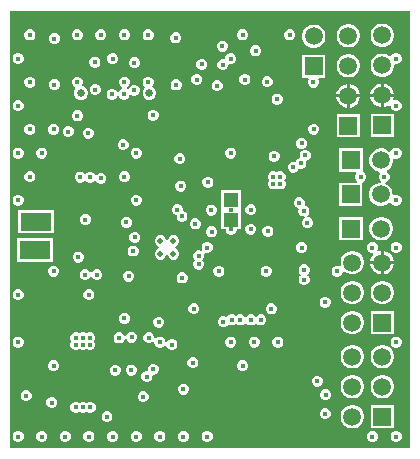
<source format=gbr>
%TF.GenerationSoftware,Altium Limited,Altium Designer,23.1.1 (15)*%
G04 Layer_Physical_Order=4*
G04 Layer_Color=6736896*
%FSLAX45Y45*%
%MOMM*%
%TF.SameCoordinates,F9E8136A-E86D-4813-A5E9-63B8E08E304F*%
%TF.FilePolarity,Positive*%
%TF.FileFunction,Copper,L4,Inr,Signal*%
%TF.Part,Single*%
G01*
G75*
%TA.AperFunction,ComponentPad*%
%ADD48C,1.50000*%
%ADD49R,1.50000X1.50000*%
%TA.AperFunction,SMDPad,CuDef*%
%ADD50R,1.20000X1.20000*%
%TA.AperFunction,ComponentPad*%
%ADD51C,0.65000*%
%ADD52R,1.50000X1.50000*%
%TA.AperFunction,ViaPad*%
%ADD53R,2.52400X1.52400*%
%ADD54R,2.52400X1.52400*%
%ADD55C,0.45000*%
%ADD56C,0.50000*%
G36*
X12517500Y3702500D02*
X9131300D01*
Y7404100D01*
X12517500D01*
Y3702500D01*
D02*
G37*
%LPC*%
G36*
X11509256Y7246504D02*
X11490757D01*
X11473666Y7239425D01*
X11460585Y7226344D01*
X11453506Y7209253D01*
Y7190754D01*
X11460585Y7173664D01*
X11473666Y7160583D01*
X11490757Y7153504D01*
X11509256D01*
X11526346Y7160583D01*
X11539427Y7173664D01*
X11546506Y7190754D01*
Y7209253D01*
X11539427Y7226344D01*
X11526346Y7239425D01*
X11509256Y7246504D01*
D02*
G37*
G36*
X11109255D02*
X11090757D01*
X11073666Y7239425D01*
X11060585Y7226344D01*
X11053506Y7209253D01*
Y7190754D01*
X11060585Y7173664D01*
X11073666Y7160583D01*
X11090757Y7153504D01*
X11109255D01*
X11126346Y7160583D01*
X11139427Y7173664D01*
X11146506Y7190754D01*
Y7209253D01*
X11139427Y7226344D01*
X11126346Y7239425D01*
X11109255Y7246504D01*
D02*
G37*
G36*
X10309255D02*
X10290756D01*
X10273666Y7239425D01*
X10260585Y7226344D01*
X10253506Y7209253D01*
Y7190754D01*
X10260585Y7173664D01*
X10273666Y7160583D01*
X10290756Y7153504D01*
X10309255D01*
X10326346Y7160583D01*
X10339426Y7173664D01*
X10346505Y7190754D01*
Y7209253D01*
X10339426Y7226344D01*
X10326346Y7239425D01*
X10309255Y7246504D01*
D02*
G37*
G36*
X10109255D02*
X10090756D01*
X10073665Y7239425D01*
X10060585Y7226344D01*
X10053506Y7209253D01*
Y7190754D01*
X10060585Y7173664D01*
X10073665Y7160583D01*
X10090756Y7153504D01*
X10109255D01*
X10126346Y7160583D01*
X10139426Y7173664D01*
X10146505Y7190754D01*
Y7209253D01*
X10139426Y7226344D01*
X10126346Y7239425D01*
X10109255Y7246504D01*
D02*
G37*
G36*
X9909255D02*
X9890756D01*
X9873665Y7239425D01*
X9860585Y7226344D01*
X9853506Y7209253D01*
Y7190754D01*
X9860585Y7173664D01*
X9873665Y7160583D01*
X9890756Y7153504D01*
X9909255D01*
X9926345Y7160583D01*
X9939426Y7173664D01*
X9946505Y7190754D01*
Y7209253D01*
X9939426Y7226344D01*
X9926345Y7239425D01*
X9909255Y7246504D01*
D02*
G37*
G36*
X9709255D02*
X9690756D01*
X9673665Y7239425D01*
X9660584Y7226344D01*
X9653505Y7209253D01*
Y7190754D01*
X9660584Y7173664D01*
X9673665Y7160583D01*
X9690756Y7153504D01*
X9709255D01*
X9726345Y7160583D01*
X9739426Y7173664D01*
X9746505Y7190754D01*
Y7209253D01*
X9739426Y7226344D01*
X9726345Y7239425D01*
X9709255Y7246504D01*
D02*
G37*
G36*
X9309254D02*
X9290756D01*
X9273665Y7239425D01*
X9260584Y7226344D01*
X9253505Y7209253D01*
Y7190754D01*
X9260584Y7173664D01*
X9273665Y7160583D01*
X9290756Y7153504D01*
X9309254D01*
X9326345Y7160583D01*
X9339426Y7173664D01*
X9346505Y7190754D01*
Y7209253D01*
X9339426Y7226344D01*
X9326345Y7239425D01*
X9309254Y7246504D01*
D02*
G37*
G36*
X10544249Y7221500D02*
X10525751D01*
X10508660Y7214421D01*
X10495579Y7201340D01*
X10488500Y7184249D01*
Y7165750D01*
X10495579Y7148660D01*
X10508660Y7135579D01*
X10525751Y7128500D01*
X10544249D01*
X10561340Y7135579D01*
X10574421Y7148660D01*
X10581500Y7165750D01*
Y7184249D01*
X10574421Y7201340D01*
X10561340Y7214421D01*
X10544249Y7221500D01*
D02*
G37*
G36*
X9516750Y7216500D02*
X9498251D01*
X9481160Y7209421D01*
X9468079Y7196340D01*
X9461000Y7179250D01*
Y7160751D01*
X9468079Y7143660D01*
X9481160Y7130579D01*
X9498251Y7123500D01*
X9516750D01*
X9533840Y7130579D01*
X9546921Y7143660D01*
X9554000Y7160751D01*
Y7179250D01*
X9546921Y7196340D01*
X9533840Y7209421D01*
X9516750Y7216500D01*
D02*
G37*
G36*
X12295533Y7295500D02*
X12269466D01*
X12244287Y7288753D01*
X12221713Y7275720D01*
X12203280Y7257287D01*
X12190247Y7234712D01*
X12183500Y7209533D01*
Y7183466D01*
X12190247Y7158287D01*
X12203280Y7135713D01*
X12221713Y7117280D01*
X12244287Y7104247D01*
X12269466Y7097500D01*
X12295533D01*
X12320712Y7104247D01*
X12343287Y7117280D01*
X12361719Y7135713D01*
X12374753Y7158287D01*
X12381500Y7183466D01*
Y7209533D01*
X12374753Y7234712D01*
X12361719Y7257287D01*
X12343287Y7275720D01*
X12320712Y7288753D01*
X12295533Y7295500D01*
D02*
G37*
G36*
X12008033Y7292000D02*
X11981966D01*
X11956787Y7285253D01*
X11934213Y7272220D01*
X11915780Y7253787D01*
X11902747Y7231213D01*
X11896000Y7206034D01*
Y7179967D01*
X11902747Y7154788D01*
X11915780Y7132213D01*
X11934213Y7113781D01*
X11956787Y7100747D01*
X11981966Y7094000D01*
X12008033D01*
X12033212Y7100747D01*
X12055787Y7113781D01*
X12074219Y7132213D01*
X12087253Y7154788D01*
X12094000Y7179967D01*
Y7206034D01*
X12087253Y7231213D01*
X12074219Y7253787D01*
X12055787Y7272220D01*
X12033212Y7285253D01*
X12008033Y7292000D01*
D02*
G37*
G36*
X11715534Y7288000D02*
X11689467D01*
X11664288Y7281253D01*
X11641713Y7268220D01*
X11623281Y7249787D01*
X11610247Y7227213D01*
X11603500Y7202034D01*
Y7175967D01*
X11610247Y7150788D01*
X11623281Y7128213D01*
X11641713Y7109781D01*
X11664288Y7096747D01*
X11689467Y7090000D01*
X11715534D01*
X11740713Y7096747D01*
X11763287Y7109781D01*
X11781720Y7128213D01*
X11794753Y7150788D01*
X11801500Y7175967D01*
Y7202034D01*
X11794753Y7227213D01*
X11781720Y7249787D01*
X11763287Y7268220D01*
X11740713Y7281253D01*
X11715534Y7288000D01*
D02*
G37*
G36*
X10939249Y7151500D02*
X10920751D01*
X10903660Y7144421D01*
X10890579Y7131340D01*
X10883500Y7114249D01*
Y7095750D01*
X10890579Y7078660D01*
X10903660Y7065579D01*
X10920751Y7058500D01*
X10939249D01*
X10956340Y7065579D01*
X10969421Y7078660D01*
X10976500Y7095750D01*
Y7114249D01*
X10969421Y7131340D01*
X10956340Y7144421D01*
X10939249Y7151500D01*
D02*
G37*
G36*
X12409256Y7046504D02*
X12390757D01*
X12373667Y7039425D01*
X12360586Y7026344D01*
X12358539Y7021402D01*
X12346083Y7018924D01*
X12343287Y7021720D01*
X12320712Y7034753D01*
X12295533Y7041500D01*
X12269466D01*
X12244287Y7034753D01*
X12221713Y7021720D01*
X12203280Y7003287D01*
X12190247Y6980712D01*
X12183500Y6955533D01*
Y6929466D01*
X12190247Y6904287D01*
X12203280Y6881713D01*
X12221713Y6863280D01*
X12244287Y6850247D01*
X12269466Y6843500D01*
X12295533D01*
X12320712Y6850247D01*
X12343287Y6863280D01*
X12361719Y6881713D01*
X12374753Y6904287D01*
X12381500Y6929466D01*
Y6943592D01*
X12390758Y6953504D01*
X12409256D01*
X12426347Y6960583D01*
X12439427Y6973664D01*
X12446506Y6990754D01*
Y7009253D01*
X12439427Y7026344D01*
X12426347Y7039425D01*
X12409256Y7046504D01*
D02*
G37*
G36*
X11219249Y7111500D02*
X11200751D01*
X11183660Y7104421D01*
X11170579Y7091340D01*
X11163500Y7074250D01*
Y7055751D01*
X11170579Y7038660D01*
X11183660Y7025579D01*
X11200751Y7018500D01*
X11219249D01*
X11236340Y7025579D01*
X11249421Y7038660D01*
X11256500Y7055751D01*
Y7074250D01*
X11249421Y7091340D01*
X11236340Y7104421D01*
X11219249Y7111500D01*
D02*
G37*
G36*
X10009255Y7046504D02*
X9990756D01*
X9973665Y7039425D01*
X9960585Y7026344D01*
X9953506Y7009253D01*
Y6990754D01*
X9960585Y6973664D01*
X9973665Y6960583D01*
X9990756Y6953504D01*
X10009255D01*
X10026345Y6960583D01*
X10039426Y6973664D01*
X10046505Y6990754D01*
Y7009253D01*
X10039426Y7026344D01*
X10026345Y7039425D01*
X10009255Y7046504D01*
D02*
G37*
G36*
X9209254D02*
X9190756D01*
X9173665Y7039425D01*
X9160584Y7026344D01*
X9153505Y7009253D01*
Y6990754D01*
X9160584Y6973664D01*
X9173665Y6960583D01*
X9190756Y6953504D01*
X9209254D01*
X9226345Y6960583D01*
X9239426Y6973664D01*
X9246505Y6990754D01*
Y7009253D01*
X9239426Y7026344D01*
X9226345Y7039425D01*
X9209254Y7046504D01*
D02*
G37*
G36*
X9859250Y7016500D02*
X9840751D01*
X9823660Y7009421D01*
X9810579Y6996340D01*
X9803500Y6979249D01*
Y6960751D01*
X9810579Y6943660D01*
X9823660Y6930579D01*
X9840751Y6923500D01*
X9859250D01*
X9876340Y6930579D01*
X9889421Y6943660D01*
X9896500Y6960751D01*
Y6979249D01*
X9889421Y6996340D01*
X9876340Y7009421D01*
X9859250Y7016500D01*
D02*
G37*
G36*
X10194249Y7011500D02*
X10175751D01*
X10158660Y7004421D01*
X10145579Y6991340D01*
X10138500Y6974249D01*
Y6955751D01*
X10145579Y6938660D01*
X10158660Y6925579D01*
X10175751Y6918500D01*
X10194249D01*
X10211340Y6925579D01*
X10224421Y6938660D01*
X10231500Y6955751D01*
Y6974249D01*
X10224421Y6991340D01*
X10211340Y7004421D01*
X10194249Y7011500D01*
D02*
G37*
G36*
X10764249Y6996500D02*
X10745751D01*
X10728660Y6989421D01*
X10715579Y6976340D01*
X10708500Y6959249D01*
Y6940751D01*
X10715579Y6923660D01*
X10728660Y6910579D01*
X10745751Y6903500D01*
X10764249D01*
X10781340Y6910579D01*
X10794421Y6923660D01*
X10801500Y6940751D01*
Y6959249D01*
X10794421Y6976340D01*
X10781340Y6989421D01*
X10764249Y6996500D01*
D02*
G37*
G36*
X11009255Y7046504D02*
X10990757D01*
X10973666Y7039425D01*
X10960585Y7026344D01*
X10953506Y7009253D01*
Y7002877D01*
X10941749Y6994000D01*
X10923251D01*
X10906160Y6986921D01*
X10893079Y6973840D01*
X10886000Y6956749D01*
Y6938251D01*
X10893079Y6921160D01*
X10906160Y6908079D01*
X10923251Y6901000D01*
X10941750D01*
X10958840Y6908079D01*
X10971921Y6921160D01*
X10979000Y6938251D01*
Y6944627D01*
X10990757Y6953504D01*
X11009255D01*
X11026346Y6960583D01*
X11039427Y6973664D01*
X11046506Y6990754D01*
Y7009253D01*
X11039427Y7026344D01*
X11026346Y7039425D01*
X11009255Y7046504D01*
D02*
G37*
G36*
X12008033Y7038000D02*
X11981966D01*
X11956787Y7031253D01*
X11934213Y7018220D01*
X11915780Y6999787D01*
X11902747Y6977213D01*
X11896000Y6952034D01*
Y6925967D01*
X11902747Y6900788D01*
X11915780Y6878213D01*
X11934213Y6859781D01*
X11956787Y6846747D01*
X11981966Y6840000D01*
X12008033D01*
X12033212Y6846747D01*
X12055787Y6859781D01*
X12074219Y6878213D01*
X12087253Y6900788D01*
X12094000Y6925967D01*
Y6952034D01*
X12087253Y6977213D01*
X12074219Y6999787D01*
X12055787Y7018220D01*
X12033212Y7031253D01*
X12008033Y7038000D01*
D02*
G37*
G36*
X11129250Y6869000D02*
X11110751D01*
X11093660Y6861921D01*
X11080579Y6848840D01*
X11073500Y6831749D01*
Y6813251D01*
X11080579Y6796160D01*
X11093660Y6783079D01*
X11110751Y6776000D01*
X11129250D01*
X11146340Y6783079D01*
X11159421Y6796160D01*
X11166500Y6813251D01*
Y6831749D01*
X11159421Y6848840D01*
X11146340Y6861921D01*
X11129250Y6869000D01*
D02*
G37*
G36*
X10721749D02*
X10703251D01*
X10686160Y6861921D01*
X10673079Y6848840D01*
X10666000Y6831749D01*
Y6813251D01*
X10673079Y6796160D01*
X10686160Y6783079D01*
X10703251Y6776000D01*
X10721749D01*
X10738840Y6783079D01*
X10751921Y6796160D01*
X10759000Y6813251D01*
Y6831749D01*
X10751921Y6848840D01*
X10738840Y6861921D01*
X10721749Y6869000D01*
D02*
G37*
G36*
X11319249Y6851500D02*
X11300751D01*
X11283660Y6844421D01*
X11270579Y6831340D01*
X11263500Y6814249D01*
Y6795750D01*
X11270579Y6778660D01*
X11283660Y6765579D01*
X11300751Y6758500D01*
X11319249D01*
X11336340Y6765579D01*
X11349421Y6778660D01*
X11356500Y6795750D01*
Y6814249D01*
X11349421Y6831340D01*
X11336340Y6844421D01*
X11319249Y6851500D01*
D02*
G37*
G36*
X11801500Y7034000D02*
X11603500D01*
Y6836000D01*
X11653649D01*
X11659325Y6823300D01*
X11653507Y6809253D01*
Y6790754D01*
X11660586Y6773664D01*
X11673666Y6760583D01*
X11690757Y6753504D01*
X11709256D01*
X11726346Y6760583D01*
X11739427Y6773664D01*
X11746506Y6790754D01*
Y6809253D01*
X11740688Y6823300D01*
X11746364Y6836000D01*
X11801500D01*
Y7034000D01*
D02*
G37*
G36*
X9309254Y6846503D02*
X9290756D01*
X9273665Y6839424D01*
X9260584Y6826344D01*
X9253505Y6809253D01*
Y6790754D01*
X9260584Y6773664D01*
X9273665Y6760583D01*
X9290756Y6753504D01*
X9309254D01*
X9326345Y6760583D01*
X9339426Y6773664D01*
X9346505Y6790754D01*
Y6809253D01*
X9339426Y6826344D01*
X9326345Y6839424D01*
X9309254Y6846503D01*
D02*
G37*
G36*
X9516750Y6826500D02*
X9498251D01*
X9481160Y6819421D01*
X9468079Y6806340D01*
X9461000Y6789250D01*
Y6770751D01*
X9468079Y6753660D01*
X9481160Y6740579D01*
X9498251Y6733500D01*
X9516750D01*
X9533840Y6740579D01*
X9546921Y6753660D01*
X9554000Y6770751D01*
Y6789250D01*
X9546921Y6806340D01*
X9533840Y6819421D01*
X9516750Y6826500D01*
D02*
G37*
G36*
X10546749Y6824000D02*
X10528250D01*
X10511160Y6816921D01*
X10498079Y6803840D01*
X10491000Y6786749D01*
Y6768251D01*
X10498079Y6751160D01*
X10511160Y6738079D01*
X10528250Y6731000D01*
X10546749D01*
X10563840Y6738079D01*
X10576921Y6751160D01*
X10584000Y6768251D01*
Y6786749D01*
X10576921Y6803840D01*
X10563840Y6816921D01*
X10546749Y6824000D01*
D02*
G37*
G36*
X10894250Y6816500D02*
X10875751D01*
X10858660Y6809421D01*
X10845580Y6796340D01*
X10838501Y6779249D01*
Y6760751D01*
X10845580Y6743660D01*
X10858660Y6730579D01*
X10875751Y6723500D01*
X10894250D01*
X10911340Y6730579D01*
X10924421Y6743660D01*
X10931500Y6760751D01*
Y6779249D01*
X10924421Y6796340D01*
X10911340Y6809421D01*
X10894250Y6816500D01*
D02*
G37*
G36*
X10109255Y6846503D02*
X10090756D01*
X10073665Y6839424D01*
X10060585Y6826344D01*
X10053506Y6809253D01*
Y6790754D01*
X10060585Y6773664D01*
X10073665Y6760583D01*
X10081813Y6757208D01*
Y6743462D01*
X10070850Y6738921D01*
X10057769Y6725840D01*
X10052625Y6713421D01*
X10038957Y6713232D01*
X10034596Y6723759D01*
X10021516Y6736840D01*
X10004425Y6743919D01*
X9985926D01*
X9968836Y6736840D01*
X9955755Y6723759D01*
X9948676Y6706669D01*
Y6688170D01*
X9955755Y6671079D01*
X9968836Y6657999D01*
X9985926Y6650920D01*
X10004425D01*
X10021516Y6657999D01*
X10034596Y6671079D01*
X10039740Y6683498D01*
X10053409Y6683687D01*
X10057769Y6673160D01*
X10070850Y6660079D01*
X10087940Y6653000D01*
X10106439D01*
X10123530Y6660079D01*
X10136611Y6673160D01*
X10142910Y6688369D01*
X10155423Y6693816D01*
X10156160Y6693079D01*
X10173251Y6686000D01*
X10191749D01*
X10208840Y6693079D01*
X10221921Y6706160D01*
X10229000Y6723251D01*
Y6741750D01*
X10221921Y6758840D01*
X10208840Y6771921D01*
X10191749Y6779000D01*
X10173251D01*
X10156160Y6771921D01*
X10143079Y6758840D01*
X10137321Y6744937D01*
X10125047Y6740337D01*
X10118115Y6744309D01*
X10118446Y6757311D01*
X10126346Y6760583D01*
X10139426Y6773664D01*
X10146505Y6790754D01*
Y6809253D01*
X10139426Y6826344D01*
X10126346Y6839424D01*
X10109255Y6846503D01*
D02*
G37*
G36*
X12295718Y6788900D02*
X12295200D01*
Y6701199D01*
X12382900D01*
Y6701718D01*
X12376058Y6727253D01*
X12362840Y6750147D01*
X12344147Y6768840D01*
X12321253Y6782058D01*
X12295718Y6788900D01*
D02*
G37*
G36*
X12269800D02*
X12269282D01*
X12243747Y6782058D01*
X12220853Y6768840D01*
X12202160Y6750147D01*
X12188942Y6727253D01*
X12182100Y6701718D01*
Y6701199D01*
X12269800D01*
Y6788900D01*
D02*
G37*
G36*
X12008218Y6785400D02*
X12007700D01*
Y6697700D01*
X12095400D01*
Y6698218D01*
X12088558Y6723753D01*
X12075340Y6746647D01*
X12056647Y6765340D01*
X12033753Y6778558D01*
X12008218Y6785400D01*
D02*
G37*
G36*
X11982300D02*
X11981782D01*
X11956247Y6778558D01*
X11933353Y6765340D01*
X11914660Y6746647D01*
X11901442Y6723753D01*
X11894600Y6698218D01*
Y6697700D01*
X11982300D01*
Y6785400D01*
D02*
G37*
G36*
X9861749Y6784000D02*
X9843251D01*
X9826160Y6776921D01*
X9813079Y6763840D01*
X9806000Y6746750D01*
Y6728251D01*
X9813079Y6711160D01*
X9826160Y6698079D01*
X9843251Y6691000D01*
X9861749D01*
X9878840Y6698079D01*
X9891921Y6711160D01*
X9899000Y6728251D01*
Y6746750D01*
X9891921Y6763840D01*
X9878840Y6776921D01*
X9861749Y6784000D01*
D02*
G37*
G36*
X10309255Y6846503D02*
X10290756D01*
X10273666Y6839424D01*
X10260585Y6826344D01*
X10253506Y6809253D01*
Y6790754D01*
X10260585Y6773664D01*
X10268876Y6765373D01*
X10273665Y6760583D01*
X10268905Y6748808D01*
X10262102Y6742005D01*
X10253500Y6721239D01*
Y6698762D01*
X10262102Y6677995D01*
X10277995Y6662102D01*
X10298761Y6653500D01*
X10321238D01*
X10342005Y6662102D01*
X10357898Y6677995D01*
X10366500Y6698762D01*
Y6721239D01*
X10357898Y6742005D01*
X10342005Y6757898D01*
X10339593Y6758897D01*
X10337116Y6771353D01*
X10339426Y6773664D01*
X10346505Y6790754D01*
Y6809253D01*
X10339426Y6826344D01*
X10326346Y6839424D01*
X10309255Y6846503D01*
D02*
G37*
G36*
X9709255D02*
X9690756D01*
X9673665Y6839424D01*
X9660584Y6826344D01*
X9653505Y6809253D01*
Y6790754D01*
X9660584Y6773664D01*
X9673665Y6760583D01*
X9681482Y6757345D01*
X9684461Y6742364D01*
X9684102Y6742005D01*
X9675500Y6721239D01*
Y6698762D01*
X9684102Y6677995D01*
X9699995Y6662102D01*
X9720762Y6653500D01*
X9743239D01*
X9764005Y6662102D01*
X9779898Y6677995D01*
X9788500Y6698762D01*
Y6721239D01*
X9779898Y6742005D01*
X9764005Y6757898D01*
X9748177Y6764454D01*
X9742807Y6770106D01*
X9741719Y6779200D01*
X9746505Y6790754D01*
Y6809253D01*
X9739426Y6826344D01*
X9726345Y6839424D01*
X9709255Y6846503D01*
D02*
G37*
G36*
X11401749Y6704000D02*
X11383251D01*
X11366160Y6696921D01*
X11353079Y6683840D01*
X11346000Y6666749D01*
Y6648251D01*
X11353079Y6631160D01*
X11366160Y6618079D01*
X11383251Y6611000D01*
X11401749D01*
X11418840Y6618079D01*
X11431921Y6631160D01*
X11439000Y6648251D01*
Y6666749D01*
X11431921Y6683840D01*
X11418840Y6696921D01*
X11401749Y6704000D01*
D02*
G37*
G36*
X12269800Y6675799D02*
X12182100D01*
Y6675282D01*
X12188942Y6649747D01*
X12202160Y6626853D01*
X12220853Y6608160D01*
X12243747Y6594942D01*
X12269282Y6588100D01*
X12269800D01*
Y6675799D01*
D02*
G37*
G36*
X12095400Y6672300D02*
X12007700D01*
Y6584600D01*
X12008218D01*
X12033753Y6591442D01*
X12056647Y6604660D01*
X12075340Y6623353D01*
X12088558Y6646247D01*
X12095400Y6671782D01*
Y6672300D01*
D02*
G37*
G36*
X11982300D02*
X11894600D01*
Y6671782D01*
X11901442Y6646247D01*
X11914660Y6623353D01*
X11933353Y6604660D01*
X11956247Y6591442D01*
X11981782Y6584600D01*
X11982300D01*
Y6672300D01*
D02*
G37*
G36*
X12382900Y6675799D02*
X12295200D01*
Y6588100D01*
X12295718D01*
X12321253Y6594942D01*
X12340807Y6606232D01*
X12350538Y6602287D01*
X12353507Y6599559D01*
Y6590754D01*
X12360586Y6573664D01*
X12373667Y6560583D01*
X12390757Y6553504D01*
X12409256D01*
X12426347Y6560583D01*
X12439427Y6573664D01*
X12446506Y6590754D01*
Y6609253D01*
X12439427Y6626344D01*
X12426347Y6639424D01*
X12409256Y6646503D01*
X12390757D01*
X12387275Y6645061D01*
X12387190Y6645097D01*
X12377388Y6654712D01*
X12382900Y6675282D01*
Y6675799D01*
D02*
G37*
G36*
X9209254Y6646503D02*
X9190756D01*
X9173665Y6639424D01*
X9160584Y6626344D01*
X9153505Y6609253D01*
Y6590754D01*
X9160584Y6573664D01*
X9173665Y6560583D01*
X9190756Y6553504D01*
X9209254D01*
X9226345Y6560583D01*
X9239426Y6573664D01*
X9246505Y6590754D01*
Y6609253D01*
X9239426Y6626344D01*
X9226345Y6639424D01*
X9209254Y6646503D01*
D02*
G37*
G36*
X10351749Y6566500D02*
X10333251D01*
X10316160Y6559421D01*
X10303079Y6546340D01*
X10296000Y6529249D01*
Y6510751D01*
X10303079Y6493660D01*
X10316160Y6480579D01*
X10333251Y6473500D01*
X10351749D01*
X10368840Y6480579D01*
X10381921Y6493660D01*
X10389000Y6510751D01*
Y6529249D01*
X10381921Y6546340D01*
X10368840Y6559421D01*
X10351749Y6566500D01*
D02*
G37*
G36*
X9711749Y6561500D02*
X9693251D01*
X9676160Y6554421D01*
X9663079Y6541340D01*
X9656000Y6524249D01*
Y6505751D01*
X9663079Y6488660D01*
X9676160Y6475579D01*
X9693251Y6468500D01*
X9711749D01*
X9728840Y6475579D01*
X9741921Y6488660D01*
X9749000Y6505751D01*
Y6524249D01*
X9741921Y6541340D01*
X9728840Y6554421D01*
X9711749Y6561500D01*
D02*
G37*
G36*
X11711749Y6449000D02*
X11693251D01*
X11676160Y6441921D01*
X11663079Y6428840D01*
X11656000Y6411749D01*
Y6393251D01*
X11663079Y6376160D01*
X11676160Y6363079D01*
X11693251Y6356000D01*
X11711749D01*
X11728840Y6363079D01*
X11741921Y6376160D01*
X11749000Y6393251D01*
Y6411749D01*
X11741921Y6428840D01*
X11728840Y6441921D01*
X11711749Y6449000D01*
D02*
G37*
G36*
X9509255Y6446503D02*
X9490756D01*
X9473665Y6439424D01*
X9460584Y6426344D01*
X9453505Y6409253D01*
Y6390754D01*
X9460584Y6373663D01*
X9473665Y6360583D01*
X9490756Y6353504D01*
X9509255D01*
X9526345Y6360583D01*
X9539426Y6373663D01*
X9546505Y6390754D01*
Y6409253D01*
X9539426Y6426344D01*
X9526345Y6439424D01*
X9509255Y6446503D01*
D02*
G37*
G36*
X9309254D02*
X9290756D01*
X9273665Y6439424D01*
X9260584Y6426344D01*
X9253505Y6409253D01*
Y6390754D01*
X9260584Y6373663D01*
X9273665Y6360583D01*
X9290756Y6353504D01*
X9309254D01*
X9326345Y6360583D01*
X9339426Y6373663D01*
X9346505Y6390754D01*
Y6409253D01*
X9339426Y6426344D01*
X9326345Y6439424D01*
X9309254Y6446503D01*
D02*
G37*
G36*
X9633188Y6428879D02*
X9614689D01*
X9597598Y6421800D01*
X9584518Y6408719D01*
X9577439Y6391628D01*
Y6373129D01*
X9584518Y6356039D01*
X9597598Y6342958D01*
X9614689Y6335879D01*
X9633188D01*
X9650278Y6342958D01*
X9663359Y6356039D01*
X9670438Y6373129D01*
Y6391628D01*
X9663359Y6408719D01*
X9650278Y6421800D01*
X9633188Y6428879D01*
D02*
G37*
G36*
X12381500Y6533500D02*
X12183500D01*
Y6335500D01*
X12381500D01*
Y6533500D01*
D02*
G37*
G36*
X12094000Y6530000D02*
X11896000D01*
Y6332000D01*
X12094000D01*
Y6530000D01*
D02*
G37*
G36*
X9803188Y6413879D02*
X9784689D01*
X9767598Y6406800D01*
X9754517Y6393719D01*
X9747438Y6376628D01*
Y6358130D01*
X9754517Y6341039D01*
X9767598Y6327958D01*
X9784689Y6320879D01*
X9803188D01*
X9820278Y6327958D01*
X9833359Y6341039D01*
X9840438Y6358130D01*
Y6376628D01*
X9833359Y6393719D01*
X9820278Y6406800D01*
X9803188Y6413879D01*
D02*
G37*
G36*
X11608883Y6328411D02*
X11590384D01*
X11573294Y6321332D01*
X11560213Y6308251D01*
X11553134Y6291160D01*
Y6272662D01*
X11560213Y6255571D01*
X11573294Y6242490D01*
X11590384Y6235411D01*
X11608883D01*
X11625974Y6242490D01*
X11639054Y6255571D01*
X11646133Y6272662D01*
Y6291160D01*
X11639054Y6308251D01*
X11625974Y6321332D01*
X11608883Y6328411D01*
D02*
G37*
G36*
X10099249Y6316500D02*
X10080750D01*
X10063660Y6309421D01*
X10050579Y6296340D01*
X10043500Y6279249D01*
Y6260750D01*
X10050579Y6243660D01*
X10063660Y6230579D01*
X10080750Y6223500D01*
X10099249D01*
X10116340Y6230579D01*
X10129421Y6243660D01*
X10136500Y6260750D01*
Y6279249D01*
X10129421Y6296340D01*
X10116340Y6309421D01*
X10099249Y6316500D01*
D02*
G37*
G36*
X12409256Y6246503D02*
X12390757D01*
X12373667Y6239424D01*
X12360586Y6226343D01*
X12356204Y6215764D01*
X12341774Y6212233D01*
X12334787Y6219219D01*
X12312213Y6232253D01*
X12287034Y6239000D01*
X12260967D01*
X12235788Y6232253D01*
X12213213Y6219219D01*
X12194781Y6200787D01*
X12181747Y6178212D01*
X12175000Y6153033D01*
Y6126966D01*
X12181747Y6101787D01*
X12194781Y6079213D01*
X12213213Y6060780D01*
X12235788Y6047747D01*
X12258061Y6041779D01*
X12261887Y6033586D01*
X12262543Y6028300D01*
X12260586Y6026343D01*
X12253507Y6009253D01*
Y5990754D01*
X12260586Y5973663D01*
X12272549Y5961700D01*
X12271903Y5956506D01*
X12268656Y5949000D01*
X12256967D01*
X12231788Y5942253D01*
X12209213Y5929220D01*
X12190781Y5910787D01*
X12177747Y5888213D01*
X12171000Y5863033D01*
Y5836966D01*
X12177747Y5811787D01*
X12190781Y5789213D01*
X12209213Y5770780D01*
X12231788Y5757747D01*
X12256967Y5751000D01*
X12283034D01*
X12308213Y5757747D01*
X12330787Y5770780D01*
X12342982Y5782975D01*
X12357963Y5779995D01*
X12360586Y5773663D01*
X12373667Y5760582D01*
X12390757Y5753503D01*
X12409256D01*
X12426347Y5760582D01*
X12439427Y5773663D01*
X12446506Y5790754D01*
Y5809253D01*
X12439427Y5826343D01*
X12426347Y5839424D01*
X12409256Y5846503D01*
X12390757D01*
X12381700Y5842751D01*
X12369000Y5851237D01*
Y5863033D01*
X12362253Y5888213D01*
X12349220Y5910787D01*
X12330787Y5929220D01*
X12310111Y5941157D01*
X12309669Y5947542D01*
X12311574Y5954464D01*
X12326347Y5960582D01*
X12339427Y5973663D01*
X12346506Y5990754D01*
Y6009253D01*
X12339427Y6026343D01*
X12326347Y6039424D01*
X12324513Y6040183D01*
X12323587Y6054314D01*
X12334787Y6060780D01*
X12353220Y6079213D01*
X12366253Y6101787D01*
X12373000Y6126966D01*
Y6147112D01*
X12383526Y6155425D01*
X12385200Y6155806D01*
X12390757Y6153504D01*
X12409256D01*
X12426347Y6160583D01*
X12439427Y6173663D01*
X12446506Y6190754D01*
Y6209253D01*
X12439427Y6226343D01*
X12426347Y6239424D01*
X12409256Y6246503D01*
D02*
G37*
G36*
X11009255D02*
X10990757D01*
X10973666Y6239424D01*
X10960585Y6226343D01*
X10953506Y6209253D01*
Y6190754D01*
X10960585Y6173663D01*
X10973666Y6160583D01*
X10990757Y6153504D01*
X11009255D01*
X11026346Y6160583D01*
X11039427Y6173663D01*
X11046506Y6190754D01*
Y6209253D01*
X11039427Y6226343D01*
X11026346Y6239424D01*
X11009255Y6246503D01*
D02*
G37*
G36*
X10209255D02*
X10190756D01*
X10173665Y6239424D01*
X10160585Y6226343D01*
X10153506Y6209253D01*
Y6190754D01*
X10160585Y6173663D01*
X10173665Y6160583D01*
X10190756Y6153504D01*
X10209255D01*
X10226346Y6160583D01*
X10239426Y6173663D01*
X10246505Y6190754D01*
Y6209253D01*
X10239426Y6226343D01*
X10226346Y6239424D01*
X10209255Y6246503D01*
D02*
G37*
G36*
X9409254D02*
X9390756D01*
X9373665Y6239424D01*
X9360584Y6226343D01*
X9353505Y6209253D01*
Y6190754D01*
X9360584Y6173663D01*
X9373665Y6160583D01*
X9390756Y6153504D01*
X9409254D01*
X9426345Y6160583D01*
X9439426Y6173663D01*
X9446505Y6190754D01*
Y6209253D01*
X9439426Y6226343D01*
X9426345Y6239424D01*
X9409254Y6246503D01*
D02*
G37*
G36*
X9209254D02*
X9190756D01*
X9173665Y6239424D01*
X9160584Y6226343D01*
X9153505Y6209253D01*
Y6190754D01*
X9160584Y6173663D01*
X9173665Y6160583D01*
X9190756Y6153504D01*
X9209254D01*
X9226345Y6160583D01*
X9239426Y6173663D01*
X9246505Y6190754D01*
Y6209253D01*
X9239426Y6226343D01*
X9226345Y6239424D01*
X9209254Y6246503D01*
D02*
G37*
G36*
X11376383Y6218411D02*
X11357884D01*
X11340794Y6211332D01*
X11327713Y6198251D01*
X11320634Y6181160D01*
Y6162662D01*
X11327713Y6145571D01*
X11340794Y6132490D01*
X11357884Y6125411D01*
X11376383D01*
X11393474Y6132490D01*
X11406555Y6145571D01*
X11413634Y6162662D01*
Y6181160D01*
X11406555Y6198251D01*
X11393474Y6211332D01*
X11376383Y6218411D01*
D02*
G37*
G36*
X11639250Y6226500D02*
X11620751D01*
X11603660Y6219421D01*
X11590579Y6206340D01*
X11583500Y6189249D01*
Y6170751D01*
X11583507Y6170733D01*
X11576251Y6155065D01*
X11568660Y6151921D01*
X11555579Y6138840D01*
X11548825Y6122534D01*
X11539249Y6126500D01*
X11520751D01*
X11503660Y6119421D01*
X11490579Y6106340D01*
X11483500Y6089249D01*
Y6070751D01*
X11490579Y6053660D01*
X11503660Y6040579D01*
X11520751Y6033500D01*
X11539249D01*
X11556340Y6040579D01*
X11569421Y6053660D01*
X11576175Y6069967D01*
X11585751Y6066000D01*
X11604249D01*
X11621340Y6073079D01*
X11634421Y6086160D01*
X11641500Y6103251D01*
Y6121750D01*
X11641493Y6121767D01*
X11648749Y6137435D01*
X11656340Y6140579D01*
X11669421Y6153660D01*
X11676500Y6170751D01*
Y6189249D01*
X11669421Y6206340D01*
X11656340Y6219421D01*
X11639250Y6226500D01*
D02*
G37*
G36*
X10576749Y6199000D02*
X10558250D01*
X10541160Y6191921D01*
X10528079Y6178840D01*
X10521000Y6161749D01*
Y6143251D01*
X10528079Y6126160D01*
X10541160Y6113079D01*
X10558250Y6106000D01*
X10576749D01*
X10593840Y6113079D01*
X10606921Y6126160D01*
X10614000Y6143251D01*
Y6161749D01*
X10606921Y6178840D01*
X10593840Y6191921D01*
X10576749Y6199000D01*
D02*
G37*
G36*
X11429249Y6046500D02*
X11410751D01*
X11393660Y6039421D01*
X11389952Y6035713D01*
X11386244Y6039421D01*
X11369153Y6046500D01*
X11350654D01*
X11333564Y6039421D01*
X11320483Y6026340D01*
X11313404Y6009249D01*
Y5990751D01*
X11320483Y5973660D01*
X11324841Y5969302D01*
X11320483Y5964944D01*
X11313404Y5947854D01*
Y5929355D01*
X11320483Y5912264D01*
X11333564Y5899184D01*
X11350654Y5892105D01*
X11369153D01*
X11386244Y5899184D01*
X11389952Y5902891D01*
X11393660Y5899184D01*
X11410751Y5892105D01*
X11429249D01*
X11446340Y5899184D01*
X11459421Y5912264D01*
X11466500Y5929355D01*
Y5947854D01*
X11459421Y5964944D01*
X11455063Y5969302D01*
X11459421Y5973660D01*
X11466500Y5990751D01*
Y6009249D01*
X11459421Y6026340D01*
X11446340Y6039421D01*
X11429249Y6046500D01*
D02*
G37*
G36*
X10109255Y6046503D02*
X10090756D01*
X10073665Y6039424D01*
X10060585Y6026343D01*
X10053506Y6009253D01*
Y5990754D01*
X10060585Y5973663D01*
X10073665Y5960582D01*
X10090756Y5953503D01*
X10109255D01*
X10126346Y5960582D01*
X10139426Y5973663D01*
X10146505Y5990754D01*
Y6009253D01*
X10139426Y6026343D01*
X10126346Y6039424D01*
X10109255Y6046503D01*
D02*
G37*
G36*
X9309254D02*
X9290756D01*
X9273665Y6039424D01*
X9260584Y6026343D01*
X9253505Y6009253D01*
Y5990754D01*
X9260584Y5973663D01*
X9273665Y5960582D01*
X9290756Y5953503D01*
X9309254D01*
X9326345Y5960582D01*
X9339426Y5973663D01*
X9346505Y5990754D01*
Y6009253D01*
X9339426Y6026343D01*
X9326345Y6039424D01*
X9309254Y6046503D01*
D02*
G37*
G36*
X9735688Y6043879D02*
X9717189D01*
X9700098Y6036800D01*
X9687017Y6023719D01*
X9679938Y6006629D01*
Y5988130D01*
X9687017Y5971039D01*
X9700098Y5957958D01*
X9717189Y5950879D01*
X9735688D01*
X9752778Y5957958D01*
X9758142Y5963322D01*
X9769005Y5968304D01*
X9774735Y5963322D01*
X9782598Y5955458D01*
X9799689Y5948379D01*
X9818188D01*
X9835278Y5955458D01*
X9844386Y5964566D01*
X9857990Y5963104D01*
X9858967Y5962553D01*
X9860579Y5958660D01*
X9873660Y5945579D01*
X9890751Y5938500D01*
X9909249D01*
X9926340Y5945579D01*
X9939421Y5958660D01*
X9946500Y5975751D01*
Y5994249D01*
X9939421Y6011340D01*
X9926340Y6024421D01*
X9909249Y6031500D01*
X9890751D01*
X9873660Y6024421D01*
X9864552Y6015313D01*
X9850949Y6016775D01*
X9849972Y6017326D01*
X9848359Y6021219D01*
X9835278Y6034300D01*
X9818188Y6041379D01*
X9799689D01*
X9782598Y6034300D01*
X9777235Y6028937D01*
X9766372Y6023954D01*
X9760642Y6028937D01*
X9752778Y6036800D01*
X9735688Y6043879D01*
D02*
G37*
G36*
X10816750Y5998500D02*
X10798251D01*
X10781160Y5991421D01*
X10768079Y5978340D01*
X10761000Y5961249D01*
Y5942751D01*
X10768079Y5925660D01*
X10781160Y5912579D01*
X10798251Y5905500D01*
X10816750D01*
X10833840Y5912579D01*
X10846921Y5925660D01*
X10854000Y5942751D01*
Y5961249D01*
X10846921Y5978340D01*
X10833840Y5991421D01*
X10816750Y5998500D01*
D02*
G37*
G36*
X10586049Y5966500D02*
X10567551D01*
X10550460Y5959421D01*
X10537379Y5946340D01*
X10530300Y5929250D01*
Y5910751D01*
X10537379Y5893660D01*
X10550460Y5880579D01*
X10567551Y5873500D01*
X10586049D01*
X10603140Y5880579D01*
X10616221Y5893660D01*
X10623300Y5910751D01*
Y5929250D01*
X10616221Y5946340D01*
X10603140Y5959421D01*
X10586049Y5966500D01*
D02*
G37*
G36*
X10209255Y5846503D02*
X10190756D01*
X10173665Y5839424D01*
X10160585Y5826343D01*
X10153506Y5809253D01*
Y5790754D01*
X10160585Y5773663D01*
X10173665Y5760582D01*
X10190756Y5753503D01*
X10209255D01*
X10226346Y5760582D01*
X10239426Y5773663D01*
X10246505Y5790754D01*
Y5809253D01*
X10239426Y5826343D01*
X10226346Y5839424D01*
X10209255Y5846503D01*
D02*
G37*
G36*
X9209254D02*
X9190756D01*
X9173665Y5839424D01*
X9160584Y5826343D01*
X9153505Y5809253D01*
Y5790754D01*
X9160584Y5773663D01*
X9173665Y5760582D01*
X9190756Y5753503D01*
X9209254D01*
X9226345Y5760582D01*
X9239426Y5773663D01*
X9246505Y5790754D01*
Y5809253D01*
X9239426Y5826343D01*
X9226345Y5839424D01*
X9209254Y5846503D01*
D02*
G37*
G36*
X12119000Y6239000D02*
X11921000D01*
Y6041000D01*
X12057282D01*
X12062543Y6028300D01*
X12060586Y6026343D01*
X12053507Y6009253D01*
Y5990754D01*
X12060586Y5973663D01*
X12072549Y5961700D01*
X12071903Y5956506D01*
X12068656Y5949000D01*
X11917000D01*
Y5751000D01*
X12115000D01*
Y5942136D01*
X12115000Y5949000D01*
X12122022Y5958791D01*
X12126347Y5960582D01*
X12139427Y5973663D01*
X12146506Y5990754D01*
Y6009253D01*
X12139427Y6026343D01*
X12126347Y6039424D01*
X12119000Y6042467D01*
Y6239000D01*
D02*
G37*
G36*
X11179249Y5766500D02*
X11160751D01*
X11143660Y5759421D01*
X11130579Y5746340D01*
X11123500Y5729249D01*
Y5710751D01*
X11130579Y5693660D01*
X11143660Y5680579D01*
X11160751Y5673500D01*
X11179249D01*
X11196340Y5680579D01*
X11209421Y5693660D01*
X11216500Y5710751D01*
Y5729249D01*
X11209421Y5746340D01*
X11196340Y5759421D01*
X11179249Y5766500D01*
D02*
G37*
G36*
X10844249Y5764000D02*
X10825751D01*
X10808660Y5756921D01*
X10795579Y5743840D01*
X10788500Y5726750D01*
Y5708251D01*
X10795579Y5691160D01*
X10808660Y5678079D01*
X10825751Y5671000D01*
X10844249D01*
X10861340Y5678079D01*
X10874421Y5691160D01*
X10881500Y5708251D01*
Y5726750D01*
X10874421Y5743840D01*
X10861340Y5756921D01*
X10844249Y5764000D01*
D02*
G37*
G36*
X10557749Y5766500D02*
X10539250D01*
X10522160Y5759421D01*
X10509079Y5746340D01*
X10502000Y5729249D01*
Y5710750D01*
X10509079Y5693660D01*
X10522160Y5680579D01*
X10539250Y5673500D01*
X10541000D01*
Y5655751D01*
X10548079Y5638660D01*
X10561160Y5625579D01*
X10578251Y5618500D01*
X10596749D01*
X10613840Y5625579D01*
X10626921Y5638660D01*
X10634000Y5655751D01*
Y5674250D01*
X10626921Y5691340D01*
X10613840Y5704421D01*
X10596749Y5711500D01*
X10595000D01*
Y5729249D01*
X10587921Y5746340D01*
X10574840Y5759421D01*
X10557749Y5766500D01*
D02*
G37*
G36*
X9779249Y5684000D02*
X9760751D01*
X9743660Y5676921D01*
X9730579Y5663840D01*
X9723500Y5646749D01*
Y5628251D01*
X9730579Y5611160D01*
X9743660Y5598079D01*
X9760751Y5591000D01*
X9779249D01*
X9796340Y5598079D01*
X9809421Y5611160D01*
X9816500Y5628251D01*
Y5646749D01*
X9809421Y5663840D01*
X9796340Y5676921D01*
X9779249Y5684000D01*
D02*
G37*
G36*
X10126749Y5659000D02*
X10108251D01*
X10091160Y5651921D01*
X10078079Y5638840D01*
X10071000Y5621749D01*
Y5603251D01*
X10078079Y5586160D01*
X10091160Y5573079D01*
X10108251Y5566000D01*
X10126749D01*
X10143840Y5573079D01*
X10156921Y5586160D01*
X10164000Y5603251D01*
Y5621749D01*
X10156921Y5638840D01*
X10143840Y5651921D01*
X10126749Y5659000D01*
D02*
G37*
G36*
X11589249Y5826500D02*
X11570751D01*
X11553660Y5819421D01*
X11540579Y5806340D01*
X11533500Y5789250D01*
Y5770751D01*
X11540579Y5753660D01*
X11553660Y5740579D01*
X11568447Y5734455D01*
X11574543Y5721767D01*
X11573500Y5719249D01*
Y5700751D01*
X11580579Y5683660D01*
X11593660Y5670579D01*
X11610750Y5663500D01*
X11624472D01*
X11626998Y5650800D01*
X11623306Y5649271D01*
X11610225Y5636190D01*
X11603146Y5619100D01*
Y5600601D01*
X11610225Y5583510D01*
X11623306Y5570429D01*
X11640397Y5563350D01*
X11658896D01*
X11675986Y5570429D01*
X11689067Y5583510D01*
X11696146Y5600601D01*
Y5619100D01*
X11689067Y5636190D01*
X11675986Y5649271D01*
X11658896Y5656350D01*
X11645174D01*
X11642648Y5669050D01*
X11646340Y5670579D01*
X11659421Y5683660D01*
X11666500Y5700751D01*
Y5719249D01*
X11659421Y5736340D01*
X11646340Y5749421D01*
X11631553Y5755546D01*
X11625457Y5768233D01*
X11626500Y5770751D01*
Y5789250D01*
X11619421Y5806340D01*
X11606340Y5819421D01*
X11589249Y5826500D01*
D02*
G37*
G36*
X10709255Y5646503D02*
X10690756D01*
X10673666Y5639424D01*
X10660585Y5626343D01*
X10653506Y5609252D01*
Y5590754D01*
X10660585Y5573663D01*
X10673666Y5560582D01*
X10690756Y5553503D01*
X10709255D01*
X10726346Y5560582D01*
X10739427Y5573663D01*
X10746506Y5590754D01*
Y5609252D01*
X10739427Y5626343D01*
X10726346Y5639424D01*
X10709255Y5646503D01*
D02*
G37*
G36*
X9502700Y5720200D02*
X9202300D01*
Y5519800D01*
X9502700D01*
Y5720200D01*
D02*
G37*
G36*
X11179249Y5601500D02*
X11160751D01*
X11143660Y5594421D01*
X11130579Y5581340D01*
X11123500Y5564249D01*
Y5545751D01*
X11130579Y5528660D01*
X11143660Y5515579D01*
X11160751Y5508500D01*
X11179249D01*
X11196340Y5515579D01*
X11209421Y5528660D01*
X11216500Y5545751D01*
Y5564249D01*
X11209421Y5581340D01*
X11196340Y5594421D01*
X11179249Y5601500D01*
D02*
G37*
G36*
X11086500Y5886500D02*
X10918500D01*
Y5718500D01*
Y5553500D01*
X10956000D01*
Y5545751D01*
X10963079Y5528660D01*
X10976160Y5515579D01*
X10993251Y5508500D01*
X11011749D01*
X11028840Y5515579D01*
X11041921Y5528660D01*
X11049000Y5545751D01*
Y5553500D01*
X11086500D01*
Y5718500D01*
Y5886500D01*
D02*
G37*
G36*
X11323896Y5583850D02*
X11305397D01*
X11288306Y5576771D01*
X11275226Y5563690D01*
X11268147Y5546600D01*
Y5528101D01*
X11275226Y5511010D01*
X11288306Y5497929D01*
X11305397Y5490850D01*
X11323896D01*
X11340986Y5497929D01*
X11354067Y5511010D01*
X11361146Y5528101D01*
Y5546600D01*
X11354067Y5563690D01*
X11340986Y5576771D01*
X11323896Y5583850D01*
D02*
G37*
G36*
X10846749Y5579000D02*
X10828250D01*
X10811160Y5571921D01*
X10798079Y5558840D01*
X10791000Y5541749D01*
Y5523251D01*
X10798079Y5506160D01*
X10811160Y5493079D01*
X10828250Y5486000D01*
X10846749D01*
X10863840Y5493079D01*
X10876921Y5506160D01*
X10884000Y5523251D01*
Y5541749D01*
X10876921Y5558840D01*
X10863840Y5571921D01*
X10846749Y5579000D01*
D02*
G37*
G36*
X10524747Y5504000D02*
X10505253D01*
X10487244Y5496540D01*
X10473460Y5482756D01*
X10466000Y5464747D01*
X10454000D01*
X10446540Y5482756D01*
X10432756Y5496540D01*
X10414747Y5504000D01*
X10395253D01*
X10377244Y5496540D01*
X10363460Y5482756D01*
X10356000Y5464747D01*
Y5445253D01*
X10363460Y5427244D01*
X10377244Y5413460D01*
X10395253Y5406000D01*
Y5394000D01*
X10377244Y5386540D01*
X10363460Y5372756D01*
X10356000Y5354747D01*
Y5335253D01*
X10363460Y5317244D01*
X10377244Y5303460D01*
X10395253Y5296000D01*
X10414747D01*
X10432756Y5303460D01*
X10446540Y5317244D01*
X10454000Y5335253D01*
X10466000D01*
X10473460Y5317244D01*
X10487244Y5303460D01*
X10505253Y5296000D01*
X10524747D01*
X10542756Y5303460D01*
X10556540Y5317244D01*
X10564000Y5335253D01*
Y5354747D01*
X10556540Y5372756D01*
X10542756Y5386540D01*
X10524747Y5394000D01*
Y5406000D01*
X10542756Y5413460D01*
X10556540Y5427244D01*
X10564000Y5445253D01*
Y5464747D01*
X10556540Y5482756D01*
X10542756Y5496540D01*
X10524747Y5504000D01*
D02*
G37*
G36*
X12287034Y5659000D02*
X12260967D01*
X12235788Y5652253D01*
X12213213Y5639220D01*
X12194781Y5620787D01*
X12181747Y5598213D01*
X12175000Y5573034D01*
Y5546967D01*
X12181747Y5521788D01*
X12194781Y5499213D01*
X12213213Y5480781D01*
X12235788Y5467747D01*
X12260967Y5461000D01*
X12287034D01*
X12312213Y5467747D01*
X12334787Y5480781D01*
X12353220Y5499213D01*
X12366253Y5521788D01*
X12373000Y5546967D01*
Y5573034D01*
X12366253Y5598213D01*
X12353220Y5620787D01*
X12334787Y5639220D01*
X12312213Y5652253D01*
X12287034Y5659000D01*
D02*
G37*
G36*
X12119000D02*
X11921000D01*
Y5461000D01*
X12119000D01*
Y5659000D01*
D02*
G37*
G36*
X10196173Y5532408D02*
X10177674D01*
X10160584Y5525329D01*
X10147503Y5512248D01*
X10140424Y5495157D01*
Y5476658D01*
X10147503Y5459568D01*
X10160584Y5446487D01*
X10177674Y5439408D01*
X10196173D01*
X10213264Y5446487D01*
X10226345Y5459568D01*
X10233424Y5476658D01*
Y5495157D01*
X10226345Y5512248D01*
X10213264Y5525329D01*
X10196173Y5532408D01*
D02*
G37*
G36*
X10809255Y5446503D02*
X10790756D01*
X10773666Y5439424D01*
X10760585Y5426343D01*
X10753506Y5409252D01*
Y5390754D01*
X10756712Y5383013D01*
X10746992Y5373293D01*
X10739249Y5376500D01*
X10720750D01*
X10703660Y5369421D01*
X10690579Y5356340D01*
X10683500Y5339249D01*
Y5320751D01*
X10690579Y5303660D01*
X10698632Y5295607D01*
X10688983Y5285958D01*
X10681904Y5268868D01*
Y5250369D01*
X10688983Y5233278D01*
X10702063Y5220197D01*
X10719154Y5213118D01*
X10737653D01*
X10754744Y5220197D01*
X10767824Y5233278D01*
X10774903Y5250369D01*
Y5268868D01*
X10767824Y5285958D01*
X10759772Y5294011D01*
X10769421Y5303660D01*
X10776500Y5320751D01*
Y5339249D01*
X10773294Y5346990D01*
X10783014Y5356710D01*
X10790756Y5353503D01*
X10809255D01*
X10826346Y5360582D01*
X10839427Y5373663D01*
X10846506Y5390754D01*
Y5409252D01*
X10839427Y5426343D01*
X10826346Y5439424D01*
X10809255Y5446503D01*
D02*
G37*
G36*
X12409256D02*
X12390757D01*
X12373667Y5439424D01*
X12360586Y5426343D01*
X12353507Y5409252D01*
Y5390754D01*
X12360586Y5373663D01*
X12373667Y5360582D01*
X12390757Y5353503D01*
X12409256D01*
X12426347Y5360582D01*
X12439427Y5373663D01*
X12446506Y5390754D01*
Y5409252D01*
X12439427Y5426343D01*
X12426347Y5439424D01*
X12409256Y5446503D01*
D02*
G37*
G36*
X11609256D02*
X11590757D01*
X11573666Y5439424D01*
X11560585Y5426343D01*
X11553506Y5409252D01*
Y5390754D01*
X11560585Y5373663D01*
X11573666Y5360582D01*
X11590757Y5353503D01*
X11609256D01*
X11626346Y5360582D01*
X11639427Y5373663D01*
X11646506Y5390754D01*
Y5409252D01*
X11639427Y5426343D01*
X11626346Y5439424D01*
X11609256Y5446503D01*
D02*
G37*
G36*
X10182045Y5417408D02*
X10163546D01*
X10146455Y5410329D01*
X10133374Y5397248D01*
X10126295Y5380157D01*
Y5361658D01*
X10133374Y5344568D01*
X10146455Y5331487D01*
X10163546Y5324408D01*
X10182045D01*
X10199135Y5331487D01*
X10212216Y5344568D01*
X10219295Y5361658D01*
Y5380157D01*
X10212216Y5397248D01*
X10199135Y5410329D01*
X10182045Y5417408D01*
D02*
G37*
G36*
X12295718Y5373400D02*
X12295200D01*
Y5285700D01*
X12382900D01*
Y5286218D01*
X12376058Y5311753D01*
X12362840Y5334647D01*
X12344147Y5353340D01*
X12321253Y5366558D01*
X12295718Y5373400D01*
D02*
G37*
G36*
X12209256Y5446503D02*
X12190757D01*
X12173667Y5439424D01*
X12160586Y5426343D01*
X12153507Y5409252D01*
Y5390754D01*
X12160586Y5373663D01*
X12173667Y5360582D01*
X12190757Y5353503D01*
X12203056D01*
X12208316Y5340803D01*
X12202160Y5334647D01*
X12188942Y5311753D01*
X12182100Y5286218D01*
Y5285700D01*
X12269800D01*
Y5373400D01*
X12269282D01*
X12250808Y5368450D01*
X12241704Y5379158D01*
X12246506Y5390754D01*
Y5409252D01*
X12239427Y5426343D01*
X12226347Y5439424D01*
X12209256Y5446503D01*
D02*
G37*
G36*
X9492700Y5477700D02*
X9192300D01*
Y5277300D01*
X9492700D01*
Y5477700D01*
D02*
G37*
G36*
X9719249Y5366500D02*
X9700750D01*
X9683660Y5359421D01*
X9670579Y5346340D01*
X9663500Y5329249D01*
Y5310751D01*
X9670579Y5293660D01*
X9683660Y5280579D01*
X9700750Y5273500D01*
X9719249D01*
X9736340Y5280579D01*
X9749421Y5293660D01*
X9756500Y5310751D01*
Y5329249D01*
X9749421Y5346340D01*
X9736340Y5359421D01*
X9719249Y5366500D01*
D02*
G37*
G36*
X12041533Y5372000D02*
X12015466D01*
X11990287Y5365253D01*
X11967713Y5352219D01*
X11949280Y5333787D01*
X11936247Y5311212D01*
X11929500Y5286033D01*
Y5259966D01*
X11932100Y5250264D01*
X11921296Y5241516D01*
X11909256Y5246503D01*
X11890757D01*
X11873666Y5239424D01*
X11860586Y5226343D01*
X11853507Y5209252D01*
Y5190753D01*
X11860586Y5173663D01*
X11873666Y5160582D01*
X11890757Y5153503D01*
X11909256D01*
X11926346Y5160582D01*
X11939427Y5173663D01*
X11946506Y5190753D01*
Y5197026D01*
X11959206Y5202287D01*
X11967713Y5193780D01*
X11990287Y5180747D01*
X12015466Y5174000D01*
X12041533D01*
X12066712Y5180747D01*
X12089287Y5193780D01*
X12107719Y5212213D01*
X12120753Y5234787D01*
X12127500Y5259966D01*
Y5286033D01*
X12120753Y5311212D01*
X12107719Y5333787D01*
X12089287Y5352219D01*
X12066712Y5365253D01*
X12041533Y5372000D01*
D02*
G37*
G36*
X9874249Y5216500D02*
X9855751D01*
X9838660Y5209421D01*
X9825579Y5196340D01*
X9823123Y5190410D01*
X9809377D01*
X9806921Y5196340D01*
X9793840Y5209421D01*
X9776749Y5216500D01*
X9758250D01*
X9741160Y5209421D01*
X9728079Y5196340D01*
X9721000Y5179249D01*
Y5160751D01*
X9728079Y5143660D01*
X9741160Y5130579D01*
X9758250Y5123500D01*
X9776749D01*
X9793840Y5130579D01*
X9806921Y5143660D01*
X9809377Y5149590D01*
X9823123D01*
X9825579Y5143660D01*
X9838660Y5130579D01*
X9855751Y5123500D01*
X9874249D01*
X9891340Y5130579D01*
X9904421Y5143660D01*
X9911500Y5160751D01*
Y5179249D01*
X9904421Y5196340D01*
X9891340Y5209421D01*
X9874249Y5216500D01*
D02*
G37*
G36*
X12382900Y5260300D02*
X12295200D01*
Y5172600D01*
X12295718D01*
X12321253Y5179442D01*
X12344147Y5192660D01*
X12362840Y5211353D01*
X12376058Y5234247D01*
X12382900Y5259782D01*
Y5260300D01*
D02*
G37*
G36*
X12269800D02*
X12182100D01*
Y5259782D01*
X12188942Y5234247D01*
X12202160Y5211353D01*
X12220853Y5192660D01*
X12243747Y5179442D01*
X12269282Y5172600D01*
X12269800D01*
Y5260300D01*
D02*
G37*
G36*
X11309256Y5246503D02*
X11290757D01*
X11273666Y5239424D01*
X11260585Y5226343D01*
X11253506Y5209252D01*
Y5190753D01*
X11260585Y5173663D01*
X11273666Y5160582D01*
X11290757Y5153503D01*
X11309256D01*
X11326346Y5160582D01*
X11339427Y5173663D01*
X11346506Y5190753D01*
Y5209252D01*
X11339427Y5226343D01*
X11326346Y5239424D01*
X11309256Y5246503D01*
D02*
G37*
G36*
X10909255D02*
X10890756D01*
X10873666Y5239424D01*
X10860585Y5226343D01*
X10853506Y5209252D01*
Y5190753D01*
X10860585Y5173663D01*
X10873666Y5160582D01*
X10890756Y5153503D01*
X10909255D01*
X10926346Y5160582D01*
X10939427Y5173663D01*
X10946506Y5190753D01*
Y5209252D01*
X10939427Y5226343D01*
X10926346Y5239424D01*
X10909255Y5246503D01*
D02*
G37*
G36*
X9509255D02*
X9490756D01*
X9473665Y5239424D01*
X9460584Y5226343D01*
X9453505Y5209252D01*
Y5190753D01*
X9460584Y5173663D01*
X9473665Y5160582D01*
X9490756Y5153503D01*
X9509255D01*
X9526345Y5160582D01*
X9539426Y5173663D01*
X9546505Y5190753D01*
Y5209252D01*
X9539426Y5226343D01*
X9526345Y5239424D01*
X9509255Y5246503D01*
D02*
G37*
G36*
X10144249Y5204000D02*
X10125751D01*
X10108660Y5196921D01*
X10095579Y5183840D01*
X10088500Y5166749D01*
Y5148251D01*
X10095579Y5131160D01*
X10108660Y5118079D01*
X10125751Y5111000D01*
X10144249D01*
X10161340Y5118079D01*
X10174421Y5131160D01*
X10181500Y5148251D01*
Y5166749D01*
X10174421Y5183840D01*
X10161340Y5196921D01*
X10144249Y5204000D01*
D02*
G37*
G36*
X10597161Y5189000D02*
X10578663D01*
X10561572Y5181921D01*
X10548491Y5168840D01*
X10541412Y5151749D01*
Y5133251D01*
X10548491Y5116160D01*
X10561572Y5103079D01*
X10578663Y5096000D01*
X10597161D01*
X10614252Y5103079D01*
X10627333Y5116160D01*
X10634412Y5133251D01*
Y5151749D01*
X10627333Y5168840D01*
X10614252Y5181921D01*
X10597161Y5189000D01*
D02*
G37*
G36*
X11630499Y5257750D02*
X11612001D01*
X11594910Y5250671D01*
X11581829Y5237590D01*
X11574750Y5220500D01*
Y5202001D01*
X11581829Y5184910D01*
X11588442Y5178297D01*
X11593741Y5170000D01*
X11588442Y5161704D01*
X11581829Y5155090D01*
X11574750Y5138000D01*
Y5119501D01*
X11581829Y5102410D01*
X11594910Y5089329D01*
X11612000Y5082250D01*
X11630499D01*
X11647590Y5089329D01*
X11660671Y5102410D01*
X11667750Y5119501D01*
Y5138000D01*
X11660671Y5155090D01*
X11654057Y5161703D01*
X11648759Y5170000D01*
X11654057Y5178297D01*
X11660671Y5184910D01*
X11667750Y5202001D01*
Y5220500D01*
X11660671Y5237590D01*
X11647590Y5250671D01*
X11630499Y5257750D01*
D02*
G37*
G36*
X9809255Y5046502D02*
X9790756D01*
X9773665Y5039423D01*
X9760584Y5026343D01*
X9753506Y5009252D01*
Y4990753D01*
X9760584Y4973663D01*
X9773665Y4960582D01*
X9790756Y4953503D01*
X9809255D01*
X9826345Y4960582D01*
X9839426Y4973663D01*
X9846505Y4990753D01*
Y5009252D01*
X9839426Y5026343D01*
X9826345Y5039423D01*
X9809255Y5046502D01*
D02*
G37*
G36*
X9209254D02*
X9190756D01*
X9173665Y5039423D01*
X9160584Y5026343D01*
X9153505Y5009252D01*
Y4990753D01*
X9160584Y4973663D01*
X9173665Y4960582D01*
X9190756Y4953503D01*
X9209254D01*
X9226345Y4960582D01*
X9239426Y4973663D01*
X9246505Y4990753D01*
Y5009252D01*
X9239426Y5026343D01*
X9226345Y5039423D01*
X9209254Y5046502D01*
D02*
G37*
G36*
X12295533Y5118000D02*
X12269466D01*
X12244287Y5111253D01*
X12221713Y5098219D01*
X12203280Y5079787D01*
X12190247Y5057212D01*
X12183500Y5032033D01*
Y5005966D01*
X12190247Y4980787D01*
X12203280Y4958213D01*
X12221713Y4939780D01*
X12244287Y4926747D01*
X12269466Y4920000D01*
X12295533D01*
X12320712Y4926747D01*
X12343287Y4939780D01*
X12361719Y4958213D01*
X12374753Y4980787D01*
X12381500Y5005966D01*
Y5032033D01*
X12374753Y5057212D01*
X12361719Y5079787D01*
X12343287Y5098219D01*
X12320712Y5111253D01*
X12295533Y5118000D01*
D02*
G37*
G36*
X12041533D02*
X12015466D01*
X11990287Y5111253D01*
X11967713Y5098219D01*
X11949280Y5079787D01*
X11936247Y5057212D01*
X11929500Y5032033D01*
Y5005966D01*
X11936247Y4980787D01*
X11949280Y4958213D01*
X11967713Y4939780D01*
X11990287Y4926747D01*
X12015466Y4920000D01*
X12041533D01*
X12066712Y4926747D01*
X12089287Y4939780D01*
X12107719Y4958213D01*
X12120753Y4980787D01*
X12127500Y5005966D01*
Y5032033D01*
X12120753Y5057212D01*
X12107719Y5079787D01*
X12089287Y5098219D01*
X12066712Y5111253D01*
X12041533Y5118000D01*
D02*
G37*
G36*
X11807599Y4982550D02*
X11789100D01*
X11772010Y4975471D01*
X11758929Y4962391D01*
X11751850Y4945300D01*
Y4926801D01*
X11758929Y4909711D01*
X11772010Y4896630D01*
X11789100Y4889551D01*
X11807599D01*
X11824690Y4896630D01*
X11837771Y4909711D01*
X11844850Y4926801D01*
Y4945300D01*
X11837771Y4962391D01*
X11824690Y4975471D01*
X11807599Y4982550D01*
D02*
G37*
G36*
X10696749Y4929000D02*
X10678251D01*
X10661160Y4921921D01*
X10648079Y4908840D01*
X10641000Y4891749D01*
Y4873251D01*
X10648079Y4856160D01*
X10661160Y4843079D01*
X10678251Y4836000D01*
X10696749D01*
X10713840Y4843079D01*
X10726921Y4856160D01*
X10734000Y4873251D01*
Y4891749D01*
X10726921Y4908840D01*
X10713840Y4921921D01*
X10696749Y4929000D01*
D02*
G37*
G36*
X11351749Y4926500D02*
X11333251D01*
X11316160Y4919421D01*
X11303079Y4906340D01*
X11296000Y4889249D01*
Y4870750D01*
X11303079Y4853660D01*
X11316160Y4840579D01*
X11333251Y4833500D01*
X11351749D01*
X11368840Y4840579D01*
X11381921Y4853660D01*
X11389000Y4870750D01*
Y4889249D01*
X11381921Y4906340D01*
X11368840Y4919421D01*
X11351749Y4926500D01*
D02*
G37*
G36*
X11264250Y4834000D02*
X11245751D01*
X11228660Y4826921D01*
X11220797Y4819057D01*
X11212500Y4815252D01*
X11204203Y4819057D01*
X11196340Y4826921D01*
X11179249Y4834000D01*
X11160751D01*
X11143660Y4826921D01*
X11132409Y4815670D01*
X11125000Y4814626D01*
X11117591Y4815670D01*
X11106340Y4826921D01*
X11089249Y4834000D01*
X11070751D01*
X11053660Y4826921D01*
X11043750Y4817011D01*
X11033840Y4826921D01*
X11016749Y4834000D01*
X10998251D01*
X10981160Y4826921D01*
X10968079Y4813840D01*
X10955224Y4815993D01*
X10947966Y4819000D01*
X10929467D01*
X10912376Y4811921D01*
X10899296Y4798840D01*
X10892217Y4781749D01*
Y4763251D01*
X10899296Y4746160D01*
X10912376Y4733079D01*
X10929467Y4726000D01*
X10947966D01*
X10965057Y4733079D01*
X10978137Y4746160D01*
X10990992Y4744007D01*
X10998251Y4741000D01*
X11016749D01*
X11033840Y4748079D01*
X11043750Y4757989D01*
X11053660Y4748079D01*
X11070751Y4741000D01*
X11089249D01*
X11106340Y4748079D01*
X11117591Y4759330D01*
X11125000Y4760374D01*
X11132409Y4759330D01*
X11143660Y4748079D01*
X11160751Y4741000D01*
X11179249D01*
X11196340Y4748079D01*
X11204203Y4755942D01*
X11212500Y4759747D01*
X11220797Y4755942D01*
X11228660Y4748079D01*
X11245751Y4741000D01*
X11264250D01*
X11281340Y4748079D01*
X11294421Y4761160D01*
X11301500Y4778251D01*
Y4796749D01*
X11294421Y4813840D01*
X11281340Y4826921D01*
X11264250Y4834000D01*
D02*
G37*
G36*
X10109255Y4846502D02*
X10090756D01*
X10073665Y4839423D01*
X10060585Y4826343D01*
X10053506Y4809252D01*
Y4790753D01*
X10060585Y4773663D01*
X10073665Y4760582D01*
X10090756Y4753503D01*
X10109255D01*
X10126346Y4760582D01*
X10139426Y4773663D01*
X10146505Y4790753D01*
Y4809252D01*
X10139426Y4826343D01*
X10126346Y4839423D01*
X10109255Y4846502D01*
D02*
G37*
G36*
X10399249Y4814000D02*
X10380751D01*
X10363660Y4806921D01*
X10350579Y4793840D01*
X10343500Y4776749D01*
Y4758250D01*
X10350579Y4741160D01*
X10363660Y4728079D01*
X10380751Y4721000D01*
X10399249D01*
X10416340Y4728079D01*
X10429421Y4741160D01*
X10436500Y4758250D01*
Y4776749D01*
X10429421Y4793840D01*
X10416340Y4806921D01*
X10399249Y4814000D01*
D02*
G37*
G36*
X9816477Y4683187D02*
X9797978D01*
X9780887Y4676108D01*
X9777227Y4672448D01*
X9773567Y4676108D01*
X9756477Y4683187D01*
X9737978D01*
X9720887Y4676108D01*
X9717227Y4672448D01*
X9713568Y4676108D01*
X9696477Y4683187D01*
X9677978D01*
X9660887Y4676108D01*
X9647807Y4663027D01*
X9640728Y4645936D01*
Y4627438D01*
X9647807Y4610347D01*
X9651467Y4606687D01*
X9647807Y4603027D01*
X9640728Y4585936D01*
Y4567438D01*
X9647807Y4550347D01*
X9660887Y4537266D01*
X9677978Y4530187D01*
X9696477D01*
X9713568Y4537266D01*
X9717227Y4540926D01*
X9720887Y4537266D01*
X9737978Y4530187D01*
X9756477D01*
X9773567Y4537266D01*
X9777227Y4540926D01*
X9780887Y4537266D01*
X9797978Y4530187D01*
X9816477D01*
X9833567Y4537266D01*
X9846648Y4550347D01*
X9853727Y4567438D01*
Y4585936D01*
X9846648Y4603027D01*
X9842988Y4606687D01*
X9846648Y4610347D01*
X9853727Y4627438D01*
Y4645936D01*
X9846648Y4663027D01*
X9833567Y4676108D01*
X9816477Y4683187D01*
D02*
G37*
G36*
X12381500Y4864000D02*
X12183500D01*
Y4666000D01*
X12381500D01*
Y4864000D01*
D02*
G37*
G36*
X12041533D02*
X12015466D01*
X11990287Y4857253D01*
X11967713Y4844219D01*
X11949280Y4825787D01*
X11936247Y4803212D01*
X11929500Y4778033D01*
Y4751966D01*
X11936247Y4726787D01*
X11949280Y4704213D01*
X11967713Y4685780D01*
X11990287Y4672747D01*
X12015466Y4666000D01*
X12041533D01*
X12066712Y4672747D01*
X12089287Y4685780D01*
X12107719Y4704213D01*
X12120753Y4726787D01*
X12127500Y4751966D01*
Y4778033D01*
X12120753Y4803212D01*
X12107719Y4825787D01*
X12089287Y4844219D01*
X12066712Y4857253D01*
X12041533Y4864000D01*
D02*
G37*
G36*
X10169249Y4686500D02*
X10150751D01*
X10133660Y4679421D01*
X10120579Y4666340D01*
X10113500Y4649250D01*
Y4645938D01*
X10101500Y4644250D01*
X10094421Y4661340D01*
X10081340Y4674421D01*
X10064249Y4681500D01*
X10045751D01*
X10028660Y4674421D01*
X10015579Y4661340D01*
X10008500Y4644249D01*
Y4625750D01*
X10015579Y4608660D01*
X10028660Y4595579D01*
X10045751Y4588500D01*
X10064249D01*
X10081340Y4595579D01*
X10094421Y4608660D01*
X10101500Y4625750D01*
Y4629062D01*
X10113500Y4630750D01*
X10120579Y4613660D01*
X10133660Y4600579D01*
X10150751Y4593500D01*
X10169249D01*
X10186340Y4600579D01*
X10199421Y4613660D01*
X10206500Y4630751D01*
Y4649250D01*
X10199421Y4666340D01*
X10186340Y4679421D01*
X10169249Y4686500D01*
D02*
G37*
G36*
X12409256Y4646502D02*
X12390757D01*
X12373667Y4639423D01*
X12360586Y4626343D01*
X12353507Y4609252D01*
Y4590753D01*
X12360586Y4573662D01*
X12373667Y4560582D01*
X12390757Y4553503D01*
X12409256D01*
X12426347Y4560582D01*
X12439427Y4573662D01*
X12446506Y4590753D01*
Y4609252D01*
X12439427Y4626343D01*
X12426347Y4639423D01*
X12409256Y4646502D01*
D02*
G37*
G36*
X11409256D02*
X11390757D01*
X11373666Y4639423D01*
X11360585Y4626343D01*
X11353506Y4609252D01*
Y4590753D01*
X11360585Y4573662D01*
X11373666Y4560582D01*
X11390757Y4553503D01*
X11409256D01*
X11426346Y4560582D01*
X11439427Y4573662D01*
X11446506Y4590753D01*
Y4609252D01*
X11439427Y4626343D01*
X11426346Y4639423D01*
X11409256Y4646502D01*
D02*
G37*
G36*
X11209255D02*
X11190757D01*
X11173666Y4639423D01*
X11160585Y4626343D01*
X11153506Y4609252D01*
Y4590753D01*
X11160585Y4573662D01*
X11173666Y4560582D01*
X11190757Y4553503D01*
X11209255D01*
X11226346Y4560582D01*
X11239427Y4573662D01*
X11246506Y4590753D01*
Y4609252D01*
X11239427Y4626343D01*
X11226346Y4639423D01*
X11209255Y4646502D01*
D02*
G37*
G36*
X11009255D02*
X10990757D01*
X10973666Y4639423D01*
X10960585Y4626343D01*
X10953506Y4609252D01*
Y4590753D01*
X10960585Y4573662D01*
X10973666Y4560582D01*
X10990757Y4553503D01*
X11009255D01*
X11026346Y4560582D01*
X11039427Y4573662D01*
X11046506Y4590753D01*
Y4609252D01*
X11039427Y4626343D01*
X11026346Y4639423D01*
X11009255Y4646502D01*
D02*
G37*
G36*
X9209254D02*
X9190756D01*
X9173665Y4639423D01*
X9160584Y4626343D01*
X9153505Y4609252D01*
Y4590753D01*
X9160584Y4573662D01*
X9173665Y4560582D01*
X9190756Y4553503D01*
X9209254D01*
X9226345Y4560582D01*
X9239426Y4573662D01*
X9246505Y4590753D01*
Y4609252D01*
X9239426Y4626343D01*
X9226345Y4639423D01*
X9209254Y4646502D01*
D02*
G37*
G36*
X10314249Y4684000D02*
X10295751D01*
X10278660Y4676921D01*
X10265579Y4663840D01*
X10258500Y4646749D01*
Y4628251D01*
X10265579Y4611160D01*
X10278660Y4598079D01*
X10295751Y4591000D01*
X10314249D01*
X10331340Y4598079D01*
X10340806Y4607545D01*
X10353506Y4602433D01*
Y4590753D01*
X10360585Y4573662D01*
X10373666Y4560582D01*
X10390756Y4553503D01*
X10409255D01*
X10426346Y4560582D01*
X10439426Y4573662D01*
X10443500Y4583497D01*
X10456200Y4580971D01*
Y4569351D01*
X10463279Y4552260D01*
X10476360Y4539179D01*
X10493450Y4532100D01*
X10511949D01*
X10529040Y4539179D01*
X10542120Y4552260D01*
X10549199Y4569351D01*
Y4587850D01*
X10542120Y4604940D01*
X10529040Y4618021D01*
X10511949Y4625100D01*
X10493450D01*
X10476360Y4618021D01*
X10463279Y4604940D01*
X10459205Y4595106D01*
X10446505Y4597632D01*
Y4609252D01*
X10439426Y4626343D01*
X10426346Y4639423D01*
X10409255Y4646502D01*
X10390756D01*
X10373666Y4639423D01*
X10364200Y4629957D01*
X10351500Y4635070D01*
Y4646749D01*
X10344421Y4663840D01*
X10331340Y4676921D01*
X10314249Y4684000D01*
D02*
G37*
G36*
X10689249Y4471500D02*
X10670751D01*
X10653660Y4464421D01*
X10640579Y4451340D01*
X10633500Y4434249D01*
Y4415751D01*
X10640579Y4398660D01*
X10653660Y4385579D01*
X10670751Y4378500D01*
X10689249D01*
X10706340Y4385579D01*
X10719421Y4398660D01*
X10726500Y4415751D01*
Y4434249D01*
X10719421Y4451340D01*
X10706340Y4464421D01*
X10689249Y4471500D01*
D02*
G37*
G36*
X12295533Y4575500D02*
X12269466D01*
X12244287Y4568753D01*
X12221713Y4555719D01*
X12203280Y4537287D01*
X12190247Y4514712D01*
X12183500Y4489533D01*
Y4463466D01*
X12190247Y4438287D01*
X12203280Y4415713D01*
X12221713Y4397280D01*
X12244287Y4384247D01*
X12269466Y4377500D01*
X12295533D01*
X12320712Y4384247D01*
X12343287Y4397280D01*
X12361719Y4415713D01*
X12374753Y4438287D01*
X12381500Y4463466D01*
Y4489533D01*
X12374753Y4514712D01*
X12361719Y4537287D01*
X12343287Y4555719D01*
X12320712Y4568753D01*
X12295533Y4575500D01*
D02*
G37*
G36*
X12041533D02*
X12015466D01*
X11990287Y4568753D01*
X11967713Y4555719D01*
X11949280Y4537287D01*
X11936247Y4514712D01*
X11929500Y4489533D01*
Y4463466D01*
X11936247Y4438287D01*
X11949280Y4415713D01*
X11967713Y4397280D01*
X11990287Y4384247D01*
X12015466Y4377500D01*
X12041533D01*
X12066712Y4384247D01*
X12089287Y4397280D01*
X12107719Y4415713D01*
X12120753Y4438287D01*
X12127500Y4463466D01*
Y4489533D01*
X12120753Y4514712D01*
X12107719Y4537287D01*
X12089287Y4555719D01*
X12066712Y4568753D01*
X12041533Y4575500D01*
D02*
G37*
G36*
X11109255Y4446502D02*
X11090757D01*
X11073666Y4439423D01*
X11060585Y4426342D01*
X11053506Y4409252D01*
Y4390753D01*
X11060585Y4373662D01*
X11073666Y4360582D01*
X11090757Y4353503D01*
X11109255D01*
X11126346Y4360582D01*
X11139427Y4373662D01*
X11146506Y4390753D01*
Y4409252D01*
X11139427Y4426342D01*
X11126346Y4439423D01*
X11109255Y4446502D01*
D02*
G37*
G36*
X9509255D02*
X9490756D01*
X9473665Y4439423D01*
X9460584Y4426342D01*
X9453505Y4409252D01*
Y4390753D01*
X9460584Y4373662D01*
X9473665Y4360582D01*
X9490756Y4353503D01*
X9509255D01*
X9526345Y4360582D01*
X9539426Y4373662D01*
X9546505Y4390753D01*
Y4409252D01*
X9539426Y4426342D01*
X9526345Y4439423D01*
X9509255Y4446502D01*
D02*
G37*
G36*
X10166749Y4409000D02*
X10148250D01*
X10131160Y4401921D01*
X10118079Y4388840D01*
X10111000Y4371749D01*
Y4353251D01*
X10118079Y4336160D01*
X10131160Y4323079D01*
X10148250Y4316000D01*
X10166749D01*
X10183840Y4323079D01*
X10196921Y4336160D01*
X10204000Y4353251D01*
Y4371749D01*
X10196921Y4388840D01*
X10183840Y4401921D01*
X10166749Y4409000D01*
D02*
G37*
G36*
X10031749Y4406500D02*
X10013250D01*
X9996160Y4399421D01*
X9983079Y4386340D01*
X9976000Y4369249D01*
Y4350751D01*
X9983079Y4333660D01*
X9996160Y4320579D01*
X10013250Y4313500D01*
X10031749D01*
X10048840Y4320579D01*
X10061921Y4333660D01*
X10069000Y4350751D01*
Y4369249D01*
X10061921Y4386340D01*
X10048840Y4399421D01*
X10031749Y4406500D01*
D02*
G37*
G36*
X10354249Y4416500D02*
X10335750D01*
X10318660Y4409421D01*
X10305579Y4396340D01*
X10298500Y4379249D01*
Y4360751D01*
X10287550Y4354000D01*
X10280751D01*
X10263660Y4346921D01*
X10250579Y4333840D01*
X10243500Y4316749D01*
Y4298250D01*
X10250579Y4281160D01*
X10263660Y4268079D01*
X10280751Y4261000D01*
X10299249D01*
X10316340Y4268079D01*
X10329421Y4281160D01*
X10336500Y4298250D01*
Y4316749D01*
X10347450Y4323500D01*
X10354249D01*
X10371340Y4330579D01*
X10384421Y4343660D01*
X10391500Y4360750D01*
Y4379249D01*
X10384421Y4396340D01*
X10371340Y4409421D01*
X10354249Y4416500D01*
D02*
G37*
G36*
X11741091Y4314658D02*
X11722592D01*
X11705502Y4307579D01*
X11692421Y4294499D01*
X11685342Y4277408D01*
Y4258909D01*
X11692421Y4241819D01*
X11705502Y4228738D01*
X11722592Y4221659D01*
X11741091D01*
X11758182Y4228738D01*
X11771262Y4241819D01*
X11778341Y4258909D01*
Y4277408D01*
X11771262Y4294499D01*
X11758182Y4307579D01*
X11741091Y4314658D01*
D02*
G37*
G36*
X10609255Y4246502D02*
X10590756D01*
X10573666Y4239423D01*
X10560585Y4226342D01*
X10553506Y4209252D01*
Y4190753D01*
X10560585Y4173662D01*
X10573666Y4160581D01*
X10590756Y4153502D01*
X10609255D01*
X10626346Y4160581D01*
X10639427Y4173662D01*
X10646506Y4190753D01*
Y4209252D01*
X10639427Y4226342D01*
X10626346Y4239423D01*
X10609255Y4246502D01*
D02*
G37*
G36*
X12295533Y4321500D02*
X12269466D01*
X12244287Y4314753D01*
X12221713Y4301719D01*
X12203280Y4283287D01*
X12190247Y4260712D01*
X12183500Y4235533D01*
Y4209466D01*
X12190247Y4184287D01*
X12203280Y4161713D01*
X12221713Y4143280D01*
X12244287Y4130247D01*
X12269466Y4123500D01*
X12295533D01*
X12320712Y4130247D01*
X12343287Y4143280D01*
X12361719Y4161713D01*
X12374753Y4184287D01*
X12381500Y4209466D01*
Y4235533D01*
X12374753Y4260712D01*
X12361719Y4283287D01*
X12343287Y4301719D01*
X12320712Y4314753D01*
X12295533Y4321500D01*
D02*
G37*
G36*
X12041533D02*
X12015466D01*
X11990287Y4314753D01*
X11967713Y4301719D01*
X11949280Y4283287D01*
X11936247Y4260712D01*
X11929500Y4235533D01*
Y4209466D01*
X11936247Y4184287D01*
X11949280Y4161713D01*
X11967713Y4143280D01*
X11990287Y4130247D01*
X12015466Y4123500D01*
X12041533D01*
X12066712Y4130247D01*
X12089287Y4143280D01*
X12107719Y4161713D01*
X12120753Y4184287D01*
X12127500Y4209466D01*
Y4235533D01*
X12120753Y4260712D01*
X12107719Y4283287D01*
X12089287Y4301719D01*
X12066712Y4314753D01*
X12041533Y4321500D01*
D02*
G37*
G36*
X11811749Y4201500D02*
X11793250D01*
X11776160Y4194421D01*
X11763079Y4181340D01*
X11756000Y4164249D01*
Y4145751D01*
X11763079Y4128660D01*
X11776160Y4115579D01*
X11793250Y4108500D01*
X11811749D01*
X11828840Y4115579D01*
X11841921Y4128660D01*
X11849000Y4145751D01*
Y4164249D01*
X11841921Y4181340D01*
X11828840Y4194421D01*
X11811749Y4201500D01*
D02*
G37*
G36*
X9276749Y4191500D02*
X9258250D01*
X9241160Y4184421D01*
X9228079Y4171340D01*
X9221000Y4154250D01*
Y4135751D01*
X9228079Y4118660D01*
X9241160Y4105579D01*
X9258250Y4098500D01*
X9276749D01*
X9293840Y4105579D01*
X9306921Y4118660D01*
X9314000Y4135751D01*
Y4154250D01*
X9306921Y4171340D01*
X9293840Y4184421D01*
X9276749Y4191500D01*
D02*
G37*
G36*
X10269249Y4184000D02*
X10250751D01*
X10233660Y4176921D01*
X10220579Y4163840D01*
X10213500Y4146749D01*
Y4128250D01*
X10220579Y4111160D01*
X10233660Y4098079D01*
X10250751Y4091000D01*
X10269249D01*
X10286340Y4098079D01*
X10299421Y4111160D01*
X10306500Y4128250D01*
Y4146749D01*
X10299421Y4163840D01*
X10286340Y4176921D01*
X10269249Y4184000D01*
D02*
G37*
G36*
X9818167Y4093210D02*
X9799668D01*
X9782577Y4086131D01*
X9778917Y4082471D01*
X9775258Y4086131D01*
X9758167Y4093210D01*
X9739668D01*
X9722577Y4086131D01*
X9718918Y4082471D01*
X9715258Y4086131D01*
X9698167Y4093210D01*
X9679668D01*
X9662578Y4086131D01*
X9649497Y4073050D01*
X9642418Y4055959D01*
Y4037461D01*
X9649497Y4020370D01*
X9662578Y4007289D01*
X9679668Y4000210D01*
X9698167D01*
X9715258Y4007289D01*
X9718918Y4010949D01*
X9722577Y4007289D01*
X9739668Y4000210D01*
X9758167D01*
X9775258Y4007289D01*
X9778917Y4010949D01*
X9782577Y4007289D01*
X9799668Y4000210D01*
X9818167D01*
X9835257Y4007289D01*
X9848338Y4020370D01*
X9855417Y4037461D01*
Y4055959D01*
X9848338Y4073050D01*
X9835257Y4086131D01*
X9818167Y4093210D01*
D02*
G37*
G36*
X9494249Y4134000D02*
X9475750D01*
X9458660Y4126921D01*
X9445579Y4113840D01*
X9438500Y4096749D01*
Y4078251D01*
X9445579Y4061160D01*
X9458660Y4048079D01*
X9475750Y4041000D01*
X9494249D01*
X9511340Y4048079D01*
X9524421Y4061160D01*
X9531500Y4078251D01*
Y4096749D01*
X9524421Y4113840D01*
X9511340Y4126921D01*
X9494249Y4134000D01*
D02*
G37*
G36*
X11809749Y4039000D02*
X11791250D01*
X11774160Y4031921D01*
X11761079Y4018840D01*
X11754000Y4001749D01*
Y3983251D01*
X11761079Y3966160D01*
X11774160Y3953079D01*
X11791250Y3946000D01*
X11809749D01*
X11826840Y3953079D01*
X11839921Y3966160D01*
X11847000Y3983251D01*
Y4001749D01*
X11839921Y4018840D01*
X11826840Y4031921D01*
X11809749Y4039000D01*
D02*
G37*
G36*
X9961749Y4014000D02*
X9943251D01*
X9926160Y4006921D01*
X9913079Y3993840D01*
X9906000Y3976749D01*
Y3958250D01*
X9913079Y3941160D01*
X9926160Y3928079D01*
X9943251Y3921000D01*
X9961749D01*
X9978840Y3928079D01*
X9991921Y3941160D01*
X9999000Y3958250D01*
Y3976749D01*
X9991921Y3993840D01*
X9978840Y4006921D01*
X9961749Y4014000D01*
D02*
G37*
G36*
X12381500Y4067500D02*
X12183500D01*
Y3869500D01*
X12381500D01*
Y4067500D01*
D02*
G37*
G36*
X12041533D02*
X12015466D01*
X11990287Y4060753D01*
X11967713Y4047719D01*
X11949280Y4029287D01*
X11936247Y4006712D01*
X11929500Y3981533D01*
Y3955466D01*
X11936247Y3930287D01*
X11949280Y3907713D01*
X11967713Y3889280D01*
X11990287Y3876247D01*
X12015466Y3869500D01*
X12041533D01*
X12066712Y3876247D01*
X12089287Y3889280D01*
X12107719Y3907713D01*
X12120753Y3930287D01*
X12127500Y3955466D01*
Y3981533D01*
X12120753Y4006712D01*
X12107719Y4029287D01*
X12089287Y4047719D01*
X12066712Y4060753D01*
X12041533Y4067500D01*
D02*
G37*
G36*
X12409256Y3846502D02*
X12390757D01*
X12373667Y3839423D01*
X12360586Y3826342D01*
X12353507Y3809251D01*
Y3790753D01*
X12360586Y3773662D01*
X12373667Y3760581D01*
X12390757Y3753502D01*
X12409256D01*
X12426347Y3760581D01*
X12439427Y3773662D01*
X12446506Y3790753D01*
Y3809251D01*
X12439427Y3826342D01*
X12426347Y3839423D01*
X12409256Y3846502D01*
D02*
G37*
G36*
X12209256D02*
X12190757D01*
X12173667Y3839423D01*
X12160586Y3826342D01*
X12153507Y3809251D01*
Y3790753D01*
X12160586Y3773662D01*
X12173667Y3760581D01*
X12190757Y3753502D01*
X12209256D01*
X12226347Y3760581D01*
X12239427Y3773662D01*
X12246506Y3790753D01*
Y3809251D01*
X12239427Y3826342D01*
X12226347Y3839423D01*
X12209256Y3846502D01*
D02*
G37*
G36*
X10809255D02*
X10790756D01*
X10773666Y3839423D01*
X10760585Y3826342D01*
X10753506Y3809251D01*
Y3790753D01*
X10760585Y3773662D01*
X10773666Y3760581D01*
X10790756Y3753502D01*
X10809255D01*
X10826346Y3760581D01*
X10839427Y3773662D01*
X10846506Y3790753D01*
Y3809251D01*
X10839427Y3826342D01*
X10826346Y3839423D01*
X10809255Y3846502D01*
D02*
G37*
G36*
X10609255D02*
X10590756D01*
X10573666Y3839423D01*
X10560585Y3826342D01*
X10553506Y3809251D01*
Y3790753D01*
X10560585Y3773662D01*
X10573666Y3760581D01*
X10590756Y3753502D01*
X10609255D01*
X10626346Y3760581D01*
X10639427Y3773662D01*
X10646506Y3790753D01*
Y3809251D01*
X10639427Y3826342D01*
X10626346Y3839423D01*
X10609255Y3846502D01*
D02*
G37*
G36*
X10409255D02*
X10390756D01*
X10373666Y3839423D01*
X10360585Y3826342D01*
X10353506Y3809251D01*
Y3790753D01*
X10360585Y3773662D01*
X10373666Y3760581D01*
X10390756Y3753502D01*
X10409255D01*
X10426346Y3760581D01*
X10439426Y3773662D01*
X10446505Y3790753D01*
Y3809251D01*
X10439426Y3826342D01*
X10426346Y3839423D01*
X10409255Y3846502D01*
D02*
G37*
G36*
X10209255D02*
X10190756D01*
X10173665Y3839423D01*
X10160585Y3826342D01*
X10153506Y3809251D01*
Y3790753D01*
X10160585Y3773662D01*
X10173665Y3760581D01*
X10190756Y3753502D01*
X10209255D01*
X10226346Y3760581D01*
X10239426Y3773662D01*
X10246505Y3790753D01*
Y3809251D01*
X10239426Y3826342D01*
X10226346Y3839423D01*
X10209255Y3846502D01*
D02*
G37*
G36*
X10009255D02*
X9990756D01*
X9973665Y3839423D01*
X9960585Y3826342D01*
X9953506Y3809251D01*
Y3790753D01*
X9960585Y3773662D01*
X9973665Y3760581D01*
X9990756Y3753502D01*
X10009255D01*
X10026345Y3760581D01*
X10039426Y3773662D01*
X10046505Y3790753D01*
Y3809251D01*
X10039426Y3826342D01*
X10026345Y3839423D01*
X10009255Y3846502D01*
D02*
G37*
G36*
X9809255D02*
X9790756D01*
X9773665Y3839423D01*
X9760584Y3826342D01*
X9753506Y3809251D01*
Y3790753D01*
X9760584Y3773662D01*
X9773665Y3760581D01*
X9790756Y3753502D01*
X9809255D01*
X9826345Y3760581D01*
X9839426Y3773662D01*
X9846505Y3790753D01*
Y3809251D01*
X9839426Y3826342D01*
X9826345Y3839423D01*
X9809255Y3846502D01*
D02*
G37*
G36*
X9609255D02*
X9590756D01*
X9573665Y3839423D01*
X9560584Y3826342D01*
X9553505Y3809251D01*
Y3790753D01*
X9560584Y3773662D01*
X9573665Y3760581D01*
X9590756Y3753502D01*
X9609255D01*
X9626345Y3760581D01*
X9639426Y3773662D01*
X9646505Y3790753D01*
Y3809251D01*
X9639426Y3826342D01*
X9626345Y3839423D01*
X9609255Y3846502D01*
D02*
G37*
G36*
X9409254D02*
X9390756D01*
X9373665Y3839423D01*
X9360584Y3826342D01*
X9353505Y3809251D01*
Y3790753D01*
X9360584Y3773662D01*
X9373665Y3760581D01*
X9390756Y3753502D01*
X9409254D01*
X9426345Y3760581D01*
X9439426Y3773662D01*
X9446505Y3790753D01*
Y3809251D01*
X9439426Y3826342D01*
X9426345Y3839423D01*
X9409254Y3846502D01*
D02*
G37*
G36*
X9209254D02*
X9190756D01*
X9173665Y3839423D01*
X9160584Y3826342D01*
X9153505Y3809251D01*
Y3790753D01*
X9160584Y3773662D01*
X9173665Y3760581D01*
X9190756Y3753502D01*
X9209254D01*
X9226345Y3760581D01*
X9239426Y3773662D01*
X9246505Y3790753D01*
Y3809251D01*
X9239426Y3826342D01*
X9226345Y3839423D01*
X9209254Y3846502D01*
D02*
G37*
%LPD*%
D48*
X11702500Y7189000D02*
D03*
X11995000Y6685000D02*
D03*
Y6939000D02*
D03*
Y7193000D02*
D03*
X12028500Y4765000D02*
D03*
X12282500Y5019000D02*
D03*
X12028500D02*
D03*
X12282500Y5273000D02*
D03*
X12028500D02*
D03*
X12270000Y5850000D02*
D03*
X12274000Y6140000D02*
D03*
Y5560000D02*
D03*
X12282500Y7196500D02*
D03*
Y6942500D02*
D03*
Y6688500D02*
D03*
X12028500Y3968500D02*
D03*
X12282500Y4222500D02*
D03*
X12028500D02*
D03*
X12282500Y4476500D02*
D03*
X12028500D02*
D03*
D49*
X11702500Y6935000D02*
D03*
X11995000Y6431000D02*
D03*
X12282500Y4765000D02*
D03*
Y6434500D02*
D03*
Y3968500D02*
D03*
D50*
X11002500Y5802500D02*
D03*
Y5637500D02*
D03*
D51*
X9732000Y6710000D02*
D03*
X10310000D02*
D03*
D52*
X12016000Y5850000D02*
D03*
X12020000Y6140000D02*
D03*
Y5560000D02*
D03*
D53*
X9342500Y5377500D02*
D03*
D54*
X9352500Y5620000D02*
D03*
D55*
X10665000Y4710000D02*
D03*
Y4767500D02*
D03*
X11392500Y6657500D02*
D03*
X10687500Y4882500D02*
D03*
X11255000Y4787500D02*
D03*
X11342500Y4880000D02*
D03*
X10386000Y5775000D02*
D03*
X9770000Y5637500D02*
D03*
X11170000Y4787500D02*
D03*
X10938717Y4772500D02*
D03*
X11080000Y4787500D02*
D03*
X11007500D02*
D03*
X10587912Y5142500D02*
D03*
X10502700Y4578600D02*
D03*
X11802500Y4155000D02*
D03*
X10160000Y4640000D02*
D03*
X10305000Y4637500D02*
D03*
X10055000Y4635000D02*
D03*
X10576800Y5920000D02*
D03*
X10807500Y5952000D02*
D03*
Y6150000D02*
D03*
X10712500Y6822500D02*
D03*
X10087500Y5302500D02*
D03*
X10117500Y5612500D02*
D03*
X12400007Y7000004D02*
D03*
Y6600004D02*
D03*
Y6200003D02*
D03*
Y5800003D02*
D03*
Y5400003D02*
D03*
Y4600002D02*
D03*
Y3800002D02*
D03*
X12300007Y6000003D02*
D03*
X12200007Y5400003D02*
D03*
Y3800002D02*
D03*
X12100007Y6000003D02*
D03*
X11900006Y5200003D02*
D03*
X11700006Y6800004D02*
D03*
X11600006Y5400003D02*
D03*
X11500006Y7200004D02*
D03*
X11400006Y4600002D02*
D03*
X11300006Y5200003D02*
D03*
X11200006Y4600002D02*
D03*
X11100006Y7200004D02*
D03*
X11000006Y7000004D02*
D03*
Y6200003D02*
D03*
Y4600002D02*
D03*
X11100006Y4400002D02*
D03*
X10800006Y5400003D02*
D03*
X10900006Y5200003D02*
D03*
X10800006Y3800002D02*
D03*
X10700006Y5600003D02*
D03*
X10600006Y4200002D02*
D03*
Y3800002D02*
D03*
X10400006Y4600002D02*
D03*
Y3800002D02*
D03*
X10300006Y7200004D02*
D03*
Y6800004D02*
D03*
X10200006Y6200003D02*
D03*
Y5800003D02*
D03*
Y3800002D02*
D03*
X10100005Y7200004D02*
D03*
X10000005Y7000004D02*
D03*
X10100005Y6800004D02*
D03*
Y6000003D02*
D03*
Y4800003D02*
D03*
X10000005Y3800002D02*
D03*
X9900005Y7200004D02*
D03*
X9800005Y5000003D02*
D03*
Y3800002D02*
D03*
X9700005Y7200004D02*
D03*
Y6800004D02*
D03*
X9600005Y3800002D02*
D03*
X9500005Y6400003D02*
D03*
X9400005Y6200003D02*
D03*
X9500005Y5200003D02*
D03*
Y4400002D02*
D03*
X9400005Y3800002D02*
D03*
X9300005Y7200004D02*
D03*
X9200005Y7000004D02*
D03*
X9300005Y6800004D02*
D03*
X9200005Y6600004D02*
D03*
X9300005Y6400003D02*
D03*
X9200005Y6200003D02*
D03*
X9300005Y6000003D02*
D03*
X9200005Y5800003D02*
D03*
Y5000003D02*
D03*
Y4600002D02*
D03*
Y3800002D02*
D03*
X10567500Y6152500D02*
D03*
X11649646Y5609850D02*
D03*
X10695000Y4155000D02*
D03*
Y4232500D02*
D03*
X10837500Y5532500D02*
D03*
X11002500Y5555000D02*
D03*
X11170000D02*
D03*
Y5720000D02*
D03*
X11002500D02*
D03*
X10835000Y5717500D02*
D03*
X11702500Y6402500D02*
D03*
X11798350Y4936051D02*
D03*
X10770000Y4605000D02*
D03*
X9710000Y5320000D02*
D03*
X10090000Y6270000D02*
D03*
X9995176Y6697419D02*
D03*
X10185000Y6965000D02*
D03*
X10097190Y6699500D02*
D03*
X10182500Y6732500D02*
D03*
X9852500Y6737500D02*
D03*
X9900000Y5985000D02*
D03*
X11800500Y3992500D02*
D03*
X11595000Y6112500D02*
D03*
X10186924Y5485908D02*
D03*
X10172795Y5370908D02*
D03*
X9688918Y4046710D02*
D03*
X9748918D02*
D03*
X9808917D02*
D03*
X9807227Y4636687D02*
D03*
X9747227D02*
D03*
X9687228D02*
D03*
X9807227Y4576687D02*
D03*
X9747227D02*
D03*
X9687228D02*
D03*
X11314646Y5537350D02*
D03*
X10770000Y4682500D02*
D03*
X10587500Y5665000D02*
D03*
X10548500Y5720000D02*
D03*
X10885000Y6770000D02*
D03*
X10930000Y7105000D02*
D03*
X10535000Y7175000D02*
D03*
X10537500Y6777500D02*
D03*
X10342500Y6520000D02*
D03*
X9702500Y6515000D02*
D03*
X9507500Y7170000D02*
D03*
Y6780000D02*
D03*
X11310000Y6805000D02*
D03*
X10825000Y6560000D02*
D03*
X9793938Y6367379D02*
D03*
X9623938Y6382379D02*
D03*
X9808938Y5994879D02*
D03*
X9726438Y5997379D02*
D03*
X9485000Y4087500D02*
D03*
X11731842Y4268159D02*
D03*
X9267500Y4145000D02*
D03*
X10680000Y4425000D02*
D03*
X10390000Y4767500D02*
D03*
X9952500Y3967500D02*
D03*
X10260000Y4137500D02*
D03*
X10290000Y4307500D02*
D03*
X11420000Y5938604D02*
D03*
Y6000000D02*
D03*
X11359904D02*
D03*
Y5938604D02*
D03*
X9865000Y5170000D02*
D03*
X9767500D02*
D03*
X10022500Y4360000D02*
D03*
X10157500Y4362500D02*
D03*
X10345000Y4370000D02*
D03*
X11580000Y5780000D02*
D03*
X10730000Y5330000D02*
D03*
X10728403Y5259618D02*
D03*
X10135000Y5157500D02*
D03*
X11120000Y6822500D02*
D03*
X10932500Y6947500D02*
D03*
X10755000Y6950000D02*
D03*
X10747500Y7180000D02*
D03*
X10932500Y7027500D02*
D03*
X11312500Y6905000D02*
D03*
X11370000Y6972500D02*
D03*
X10932500Y6870000D02*
D03*
X11210000Y7065000D02*
D03*
X11599634Y6281911D02*
D03*
X11621250Y5128750D02*
D03*
X11621250Y5211250D02*
D03*
X11620000Y5710000D02*
D03*
X11530000Y6080000D02*
D03*
X11367134Y6171911D02*
D03*
X11630000Y6180000D02*
D03*
X9850000Y6970000D02*
D03*
D56*
X10405000Y5345000D02*
D03*
Y5455000D02*
D03*
X10515000D02*
D03*
Y5345000D02*
D03*
%TF.MD5,d4e9c7ee19488fb638befd5bad0d8177*%
M02*

</source>
